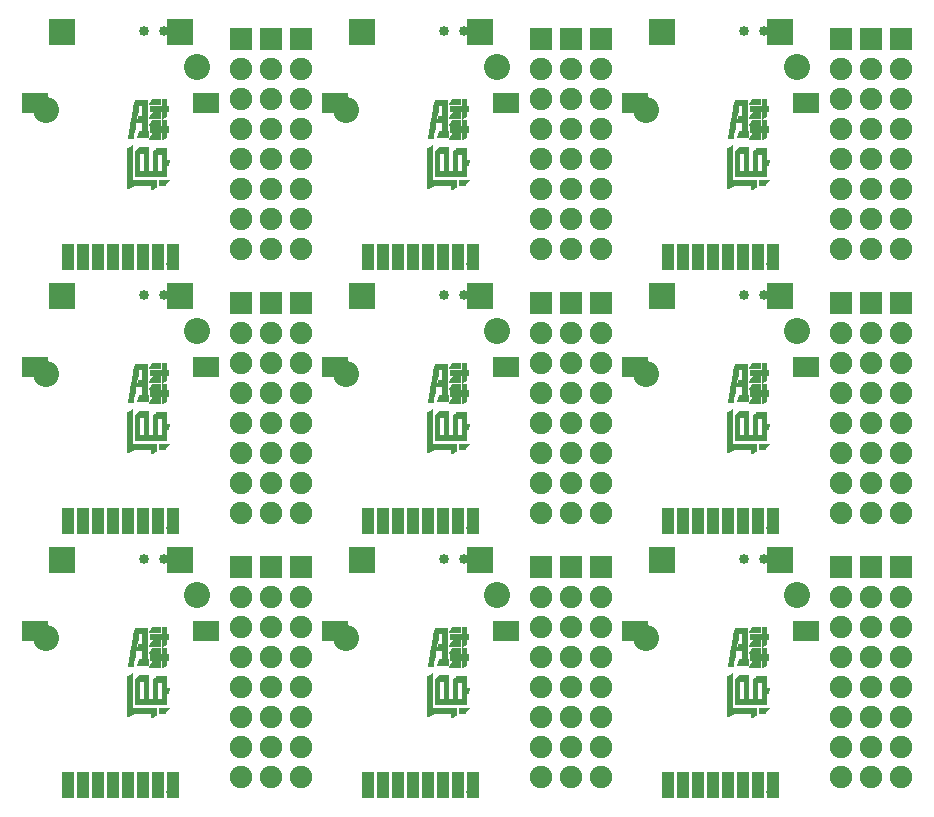
<source format=gbs>
G04*
G04 #@! TF.GenerationSoftware,Altium Limited,Altium Designer,20.2.6 (244)*
G04*
G04 Layer_Color=16711935*
%FSLAX24Y24*%
%MOIN*%
G70*
G04*
G04 #@! TF.SameCoordinates,F166DB8F-6D7D-4CC1-83E2-008E4038BE53*
G04*
G04*
G04 #@! TF.FilePolarity,Negative*
G04*
G01*
G75*
%ADD60C,0.0336*%
%ADD61C,0.0749*%
%ADD62R,0.0749X0.0749*%
%ADD63C,0.0020*%
%ADD64R,0.0867X0.0867*%
%ADD65R,0.0867X0.0671*%
%ADD66C,0.0867*%
%ADD67R,0.0434X0.0867*%
%ADD68C,0.0395*%
D60*
X4275Y8173D02*
D03*
X4945D02*
D03*
X14275D02*
D03*
X14945D02*
D03*
X24275D02*
D03*
X24945D02*
D03*
X4275Y16973D02*
D03*
X4945D02*
D03*
X14275D02*
D03*
X14945D02*
D03*
X24275D02*
D03*
X24945D02*
D03*
X4275Y25773D02*
D03*
X4945D02*
D03*
X14275D02*
D03*
X14945D02*
D03*
X24275D02*
D03*
X24945D02*
D03*
D61*
X7500Y900D02*
D03*
Y1900D02*
D03*
Y6900D02*
D03*
Y5900D02*
D03*
Y4900D02*
D03*
Y3900D02*
D03*
Y2900D02*
D03*
X8500Y900D02*
D03*
Y1900D02*
D03*
Y6900D02*
D03*
Y5900D02*
D03*
Y4900D02*
D03*
Y3900D02*
D03*
Y2900D02*
D03*
X9500Y900D02*
D03*
Y1900D02*
D03*
Y6900D02*
D03*
Y5900D02*
D03*
Y4900D02*
D03*
Y3900D02*
D03*
Y2900D02*
D03*
X17500Y900D02*
D03*
Y1900D02*
D03*
Y6900D02*
D03*
Y5900D02*
D03*
Y4900D02*
D03*
Y3900D02*
D03*
Y2900D02*
D03*
X18500Y900D02*
D03*
Y1900D02*
D03*
Y6900D02*
D03*
Y5900D02*
D03*
Y4900D02*
D03*
Y3900D02*
D03*
Y2900D02*
D03*
X19500Y900D02*
D03*
Y1900D02*
D03*
Y6900D02*
D03*
Y5900D02*
D03*
Y4900D02*
D03*
Y3900D02*
D03*
Y2900D02*
D03*
X27500Y900D02*
D03*
Y1900D02*
D03*
Y6900D02*
D03*
Y5900D02*
D03*
Y4900D02*
D03*
Y3900D02*
D03*
Y2900D02*
D03*
X28500Y900D02*
D03*
Y1900D02*
D03*
Y6900D02*
D03*
Y5900D02*
D03*
Y4900D02*
D03*
Y3900D02*
D03*
Y2900D02*
D03*
X29500Y900D02*
D03*
Y1900D02*
D03*
Y6900D02*
D03*
Y5900D02*
D03*
Y4900D02*
D03*
Y3900D02*
D03*
Y2900D02*
D03*
X7500Y9700D02*
D03*
Y10700D02*
D03*
Y15700D02*
D03*
Y14700D02*
D03*
Y13700D02*
D03*
Y12700D02*
D03*
Y11700D02*
D03*
X8500Y9700D02*
D03*
Y10700D02*
D03*
Y15700D02*
D03*
Y14700D02*
D03*
Y13700D02*
D03*
Y12700D02*
D03*
Y11700D02*
D03*
X9500Y9700D02*
D03*
Y10700D02*
D03*
Y15700D02*
D03*
Y14700D02*
D03*
Y13700D02*
D03*
Y12700D02*
D03*
Y11700D02*
D03*
X17500Y9700D02*
D03*
Y10700D02*
D03*
Y15700D02*
D03*
Y14700D02*
D03*
Y13700D02*
D03*
Y12700D02*
D03*
Y11700D02*
D03*
X18500Y9700D02*
D03*
Y10700D02*
D03*
Y15700D02*
D03*
Y14700D02*
D03*
Y13700D02*
D03*
Y12700D02*
D03*
Y11700D02*
D03*
X19500Y9700D02*
D03*
Y10700D02*
D03*
Y15700D02*
D03*
Y14700D02*
D03*
Y13700D02*
D03*
Y12700D02*
D03*
Y11700D02*
D03*
X27500Y9700D02*
D03*
Y10700D02*
D03*
Y15700D02*
D03*
Y14700D02*
D03*
Y13700D02*
D03*
Y12700D02*
D03*
Y11700D02*
D03*
X28500Y9700D02*
D03*
Y10700D02*
D03*
Y15700D02*
D03*
Y14700D02*
D03*
Y13700D02*
D03*
Y12700D02*
D03*
Y11700D02*
D03*
X29500Y9700D02*
D03*
Y10700D02*
D03*
Y15700D02*
D03*
Y14700D02*
D03*
Y13700D02*
D03*
Y12700D02*
D03*
Y11700D02*
D03*
X7500Y18500D02*
D03*
Y19500D02*
D03*
Y24500D02*
D03*
Y23500D02*
D03*
Y22500D02*
D03*
Y21500D02*
D03*
Y20500D02*
D03*
X8500Y18500D02*
D03*
Y19500D02*
D03*
Y24500D02*
D03*
Y23500D02*
D03*
Y22500D02*
D03*
Y21500D02*
D03*
Y20500D02*
D03*
X9500Y18500D02*
D03*
Y19500D02*
D03*
Y24500D02*
D03*
Y23500D02*
D03*
Y22500D02*
D03*
Y21500D02*
D03*
Y20500D02*
D03*
X17500Y18500D02*
D03*
Y19500D02*
D03*
Y24500D02*
D03*
Y23500D02*
D03*
Y22500D02*
D03*
Y21500D02*
D03*
Y20500D02*
D03*
X18500Y18500D02*
D03*
Y19500D02*
D03*
Y24500D02*
D03*
Y23500D02*
D03*
Y22500D02*
D03*
Y21500D02*
D03*
Y20500D02*
D03*
X19500Y18500D02*
D03*
Y19500D02*
D03*
Y24500D02*
D03*
Y23500D02*
D03*
Y22500D02*
D03*
Y21500D02*
D03*
Y20500D02*
D03*
X27500Y18500D02*
D03*
Y19500D02*
D03*
Y24500D02*
D03*
Y23500D02*
D03*
Y22500D02*
D03*
Y21500D02*
D03*
Y20500D02*
D03*
X28500Y18500D02*
D03*
Y19500D02*
D03*
Y24500D02*
D03*
Y23500D02*
D03*
Y22500D02*
D03*
Y21500D02*
D03*
Y20500D02*
D03*
X29500Y18500D02*
D03*
Y19500D02*
D03*
Y24500D02*
D03*
Y23500D02*
D03*
Y22500D02*
D03*
Y21500D02*
D03*
Y20500D02*
D03*
D62*
X7500Y7900D02*
D03*
X8500D02*
D03*
X9500D02*
D03*
X17500D02*
D03*
X18500D02*
D03*
X19500D02*
D03*
X27500D02*
D03*
X28500D02*
D03*
X29500D02*
D03*
X7500Y16700D02*
D03*
X8500D02*
D03*
X9500D02*
D03*
X17500D02*
D03*
X18500D02*
D03*
X19500D02*
D03*
X27500D02*
D03*
X28500D02*
D03*
X29500D02*
D03*
X7500Y25500D02*
D03*
X8500D02*
D03*
X9500D02*
D03*
X17500D02*
D03*
X18500D02*
D03*
X19500D02*
D03*
X27500D02*
D03*
X28500D02*
D03*
X29500D02*
D03*
D63*
X4600Y3340D02*
Y4180D01*
X3720Y2940D02*
Y4260D01*
X3740Y4620D02*
Y4700D01*
Y2940D02*
Y4280D01*
X3760Y4620D02*
Y4820D01*
Y2940D02*
Y4280D01*
X3780Y4620D02*
Y4920D01*
Y2960D02*
Y4300D01*
X3800Y4620D02*
Y5040D01*
Y2960D02*
Y4320D01*
X3820Y4620D02*
Y5140D01*
Y2980D02*
Y4320D01*
X3840Y4620D02*
Y5260D01*
Y2980D02*
Y4340D01*
X3860Y4620D02*
Y5360D01*
Y3000D02*
Y4360D01*
X3880Y4620D02*
Y5480D01*
Y3020D02*
Y3220D01*
X3900Y4620D02*
Y5580D01*
Y3020D02*
Y3220D01*
X3920Y4700D02*
Y5700D01*
Y3040D02*
Y3220D01*
X3940Y4820D02*
Y5800D01*
Y3040D02*
Y3220D01*
X3960Y4920D02*
Y5880D01*
Y3340D02*
Y4160D01*
Y3040D02*
Y3220D01*
X3980Y5040D02*
Y5880D01*
Y3340D02*
Y4180D01*
Y3040D02*
Y3220D01*
X4000Y5140D02*
Y5880D01*
Y3340D02*
Y4200D01*
Y3040D02*
Y3220D01*
X4020Y5260D02*
Y5880D01*
Y3340D02*
Y4220D01*
Y3040D02*
Y3220D01*
X4040Y5380D02*
Y5880D01*
Y5140D02*
Y5240D01*
Y4640D02*
Y4680D01*
Y3340D02*
Y4240D01*
Y3040D02*
Y3220D01*
X4060Y5480D02*
Y5880D01*
Y5140D02*
Y5340D01*
Y4640D02*
Y4740D01*
Y3340D02*
Y4260D01*
Y3040D02*
Y3220D01*
X4080Y5600D02*
Y5880D01*
Y5140D02*
Y5340D01*
Y4640D02*
Y4780D01*
Y3340D02*
Y4280D01*
Y3040D02*
Y3220D01*
X4100Y5700D02*
Y5880D01*
Y5140D02*
Y5340D01*
Y4640D02*
Y4840D01*
Y3340D02*
Y4300D01*
Y3040D02*
Y3220D01*
X4120Y5700D02*
Y5880D01*
Y5140D02*
Y5340D01*
Y4640D02*
Y4840D01*
Y4120D02*
Y4300D01*
Y3340D02*
Y3520D01*
Y3040D02*
Y3220D01*
X4140Y5700D02*
Y5880D01*
Y5140D02*
Y5340D01*
Y4640D02*
Y4840D01*
Y4120D02*
Y4300D01*
Y3340D02*
Y3520D01*
Y3040D02*
Y3220D01*
X4160Y5700D02*
Y5880D01*
Y5140D02*
Y5340D01*
Y4640D02*
Y4840D01*
Y4120D02*
Y4300D01*
Y3340D02*
Y3520D01*
Y3040D02*
Y3220D01*
X4180Y5700D02*
Y5880D01*
Y5140D02*
Y5340D01*
Y4640D02*
Y4840D01*
Y4120D02*
Y4300D01*
Y3340D02*
Y3520D01*
Y3040D02*
Y3220D01*
X4200Y5700D02*
Y5880D01*
Y4640D02*
Y4840D01*
Y4120D02*
Y4300D01*
Y3340D02*
Y3520D01*
Y3040D02*
Y3220D01*
X4220Y4640D02*
Y5880D01*
Y4120D02*
Y4300D01*
Y3340D02*
Y3520D01*
Y3040D02*
Y3220D01*
X4240Y4640D02*
Y5880D01*
Y4120D02*
Y4300D01*
Y3340D02*
Y3520D01*
Y3040D02*
Y3220D01*
X4260Y4640D02*
Y5880D01*
Y4120D02*
Y4300D01*
Y3340D02*
Y3520D01*
Y3040D02*
Y3220D01*
X4280Y4640D02*
Y5880D01*
Y3340D02*
Y4300D01*
Y3040D02*
Y3220D01*
X4300Y4640D02*
Y5880D01*
Y3340D02*
Y4300D01*
Y3040D02*
Y3220D01*
X4320Y4640D02*
Y5880D01*
Y3340D02*
Y4300D01*
Y3040D02*
Y3220D01*
X4340Y4640D02*
Y5880D01*
Y3340D02*
Y4300D01*
Y3040D02*
Y3220D01*
X4360Y4640D02*
Y5880D01*
Y3340D02*
Y4300D01*
Y3040D02*
Y3220D01*
X4380Y4640D02*
Y4840D01*
Y3340D02*
Y4300D01*
Y3040D02*
Y3220D01*
X4400Y4640D02*
Y4840D01*
Y3340D02*
Y4300D01*
Y3040D02*
Y3220D01*
X4420Y4640D02*
Y4840D01*
Y3340D02*
Y4300D01*
Y3040D02*
Y3220D01*
X4440Y5740D02*
Y5760D01*
Y5280D02*
Y5300D01*
Y5040D02*
Y5060D01*
Y4580D02*
Y4600D01*
Y3340D02*
Y3520D01*
Y3040D02*
Y3220D01*
X4460Y5740D02*
Y5780D01*
Y5500D02*
Y5680D01*
Y5280D02*
Y5320D01*
Y5040D02*
Y5100D01*
Y4820D02*
Y5000D01*
Y4580D02*
Y4640D01*
Y3340D02*
Y3520D01*
Y3040D02*
Y3220D01*
X4480Y5740D02*
Y5820D01*
Y5500D02*
Y5680D01*
Y5280D02*
Y5360D01*
Y5040D02*
Y5120D01*
Y4820D02*
Y5000D01*
Y4580D02*
Y4660D01*
Y3340D02*
Y3520D01*
Y3040D02*
Y3220D01*
X4500Y5740D02*
Y5840D01*
Y5500D02*
Y5680D01*
Y5280D02*
Y5380D01*
Y5040D02*
Y5160D01*
Y4820D02*
Y5000D01*
Y4580D02*
Y4700D01*
Y3340D02*
Y3520D01*
Y3040D02*
Y3220D01*
X4520Y5740D02*
Y5880D01*
Y5500D02*
Y5680D01*
Y5280D02*
Y5420D01*
Y5040D02*
Y5180D01*
Y4820D02*
Y5000D01*
Y4580D02*
Y4720D01*
Y3340D02*
Y3520D01*
Y2900D02*
Y3220D01*
X4540Y5740D02*
Y5900D01*
Y5500D02*
Y5680D01*
Y5280D02*
Y5440D01*
Y5040D02*
Y5220D01*
Y4820D02*
Y5000D01*
Y4580D02*
Y4760D01*
Y3340D02*
Y3520D01*
Y2900D02*
Y3220D01*
X4560Y5740D02*
Y5920D01*
Y5500D02*
Y5680D01*
Y5280D02*
Y5460D01*
Y5040D02*
Y5220D01*
Y4820D02*
Y5000D01*
Y4580D02*
Y4760D01*
Y3340D02*
Y4140D01*
Y2900D02*
Y3220D01*
X4580Y5740D02*
Y5920D01*
Y5500D02*
Y5680D01*
Y5280D02*
Y5460D01*
Y5040D02*
Y5220D01*
Y4820D02*
Y5000D01*
Y4580D02*
Y4760D01*
Y3340D02*
Y4160D01*
Y2920D02*
Y3220D01*
X4600Y5740D02*
Y5920D01*
Y5500D02*
Y5680D01*
Y5280D02*
Y5460D01*
Y5040D02*
Y5220D01*
Y4820D02*
Y5000D01*
Y4580D02*
Y4760D01*
Y2940D02*
Y3220D01*
X4620Y5740D02*
Y5920D01*
Y5500D02*
Y5680D01*
Y5280D02*
Y5460D01*
Y5040D02*
Y5220D01*
Y4820D02*
Y5000D01*
Y4580D02*
Y4760D01*
Y3340D02*
Y4200D01*
Y2940D02*
Y3220D01*
X4640Y5740D02*
Y5920D01*
Y5500D02*
Y5680D01*
Y5280D02*
Y5460D01*
Y5040D02*
Y5220D01*
Y4820D02*
Y5000D01*
Y4580D02*
Y4760D01*
Y3340D02*
Y4220D01*
Y2960D02*
Y3220D01*
X4660Y5740D02*
Y5920D01*
Y5500D02*
Y5680D01*
Y5280D02*
Y5460D01*
Y5040D02*
Y5220D01*
Y4820D02*
Y5000D01*
Y4580D02*
Y4760D01*
Y3340D02*
Y4240D01*
Y2960D02*
Y3220D01*
X4680Y5740D02*
Y5920D01*
Y5500D02*
Y5680D01*
Y5280D02*
Y5460D01*
Y5040D02*
Y5220D01*
Y4820D02*
Y5000D01*
Y4580D02*
Y4760D01*
Y3340D02*
Y4260D01*
Y2980D02*
Y3220D01*
X4700Y5740D02*
Y5920D01*
Y5500D02*
Y5680D01*
Y5280D02*
Y5460D01*
Y5040D02*
Y5220D01*
Y4820D02*
Y5000D01*
Y4580D02*
Y4760D01*
Y3340D02*
Y4260D01*
X4720Y5740D02*
Y5920D01*
Y5500D02*
Y5680D01*
Y5280D02*
Y5460D01*
Y5040D02*
Y5220D01*
Y4820D02*
Y5000D01*
Y4580D02*
Y4760D01*
Y4080D02*
Y4260D01*
Y3340D02*
Y3520D01*
X4740Y5740D02*
Y5920D01*
Y5500D02*
Y5680D01*
Y5280D02*
Y5460D01*
Y5040D02*
Y5220D01*
Y4820D02*
Y5000D01*
Y4580D02*
Y4760D01*
Y4080D02*
Y4260D01*
Y3340D02*
Y3520D01*
X4760Y5740D02*
Y5920D01*
Y5500D02*
Y5680D01*
Y5280D02*
Y5460D01*
Y5040D02*
Y5220D01*
Y4820D02*
Y5000D01*
Y4580D02*
Y4760D01*
Y4080D02*
Y4260D01*
Y3340D02*
Y3520D01*
Y3040D02*
Y3220D01*
X4780Y5740D02*
Y5920D01*
Y5500D02*
Y5680D01*
Y5280D02*
Y5460D01*
Y5040D02*
Y5220D01*
Y4820D02*
Y5000D01*
Y4580D02*
Y4760D01*
Y4080D02*
Y4260D01*
Y3340D02*
Y3520D01*
Y3040D02*
Y3220D01*
X4800Y5740D02*
Y5920D01*
Y5500D02*
Y5680D01*
Y5280D02*
Y5460D01*
Y5040D02*
Y5220D01*
Y4820D02*
Y5000D01*
Y4580D02*
Y4760D01*
Y4080D02*
Y4260D01*
Y3340D02*
Y3520D01*
Y3040D02*
Y3220D01*
X4820Y5500D02*
Y5680D01*
Y4820D02*
Y5000D01*
Y4080D02*
Y4260D01*
Y3340D02*
Y3520D01*
Y3040D02*
Y3220D01*
X4840Y5500D02*
Y5680D01*
Y4820D02*
Y5000D01*
Y4080D02*
Y4260D01*
Y3340D02*
Y3520D01*
Y3040D02*
Y3220D01*
X4860Y5240D02*
Y5920D01*
Y4560D02*
Y5220D01*
Y4080D02*
Y4260D01*
Y3340D02*
Y3520D01*
Y3040D02*
Y3220D01*
X4880Y5260D02*
Y5920D01*
Y4560D02*
Y5220D01*
Y3340D02*
Y4260D01*
Y3040D02*
Y3220D01*
X4900Y5280D02*
Y5920D01*
Y4580D02*
Y5220D01*
Y3340D02*
Y4260D01*
Y3040D02*
Y3220D01*
X4920Y5280D02*
Y5920D01*
Y4600D02*
Y5220D01*
Y3340D02*
Y4260D01*
Y3040D02*
Y3220D01*
X4940Y5300D02*
Y5920D01*
Y4600D02*
Y5220D01*
Y3340D02*
Y4260D01*
Y3040D02*
Y3220D01*
X4960Y5300D02*
Y5920D01*
Y4620D02*
Y5220D01*
Y3340D02*
Y4260D01*
Y3040D02*
Y3220D01*
X4980Y5320D02*
Y5920D01*
Y4620D02*
Y5220D01*
Y3340D02*
Y4260D01*
Y3080D02*
Y3220D01*
X5000Y5340D02*
Y5920D01*
Y4640D02*
Y5220D01*
Y3340D02*
Y4260D01*
Y3100D02*
Y3220D01*
X5020Y5500D02*
Y5680D01*
Y4820D02*
Y5000D01*
Y3340D02*
Y4260D01*
Y3120D02*
Y3220D01*
X5040Y5500D02*
Y5680D01*
Y4820D02*
Y5000D01*
Y3700D02*
Y3860D01*
Y3140D02*
Y3220D01*
X5060Y5500D02*
Y5680D01*
Y4820D02*
Y5000D01*
Y3720D02*
Y3860D01*
Y3160D02*
Y3220D01*
X5080Y5500D02*
Y5680D01*
Y4820D02*
Y5000D01*
Y3760D02*
Y3860D01*
Y3180D02*
Y3220D01*
X5100Y3800D02*
Y3860D01*
Y3200D02*
Y3220D01*
X5120Y3840D02*
Y3860D01*
X14600Y3340D02*
Y4180D01*
X13720Y2940D02*
Y4260D01*
X13740Y4620D02*
Y4700D01*
Y2940D02*
Y4280D01*
X13760Y4620D02*
Y4820D01*
Y2940D02*
Y4280D01*
X13780Y4620D02*
Y4920D01*
Y2960D02*
Y4300D01*
X13800Y4620D02*
Y5040D01*
Y2960D02*
Y4320D01*
X13820Y4620D02*
Y5140D01*
Y2980D02*
Y4320D01*
X13840Y4620D02*
Y5260D01*
Y2980D02*
Y4340D01*
X13860Y4620D02*
Y5360D01*
Y3000D02*
Y4360D01*
X13880Y4620D02*
Y5480D01*
Y3020D02*
Y3220D01*
X13900Y4620D02*
Y5580D01*
Y3020D02*
Y3220D01*
X13920Y4700D02*
Y5700D01*
Y3040D02*
Y3220D01*
X13940Y4820D02*
Y5800D01*
Y3040D02*
Y3220D01*
X13960Y4920D02*
Y5880D01*
Y3340D02*
Y4160D01*
Y3040D02*
Y3220D01*
X13980Y5040D02*
Y5880D01*
Y3340D02*
Y4180D01*
Y3040D02*
Y3220D01*
X14000Y5140D02*
Y5880D01*
Y3340D02*
Y4200D01*
Y3040D02*
Y3220D01*
X14020Y5260D02*
Y5880D01*
Y3340D02*
Y4220D01*
Y3040D02*
Y3220D01*
X14040Y5380D02*
Y5880D01*
Y5140D02*
Y5240D01*
Y4640D02*
Y4680D01*
Y3340D02*
Y4240D01*
Y3040D02*
Y3220D01*
X14060Y5480D02*
Y5880D01*
Y5140D02*
Y5340D01*
Y4640D02*
Y4740D01*
Y3340D02*
Y4260D01*
Y3040D02*
Y3220D01*
X14080Y5600D02*
Y5880D01*
Y5140D02*
Y5340D01*
Y4640D02*
Y4780D01*
Y3340D02*
Y4280D01*
Y3040D02*
Y3220D01*
X14100Y5700D02*
Y5880D01*
Y5140D02*
Y5340D01*
Y4640D02*
Y4840D01*
Y3340D02*
Y4300D01*
Y3040D02*
Y3220D01*
X14120Y5700D02*
Y5880D01*
Y5140D02*
Y5340D01*
Y4640D02*
Y4840D01*
Y4120D02*
Y4300D01*
Y3340D02*
Y3520D01*
Y3040D02*
Y3220D01*
X14140Y5700D02*
Y5880D01*
Y5140D02*
Y5340D01*
Y4640D02*
Y4840D01*
Y4120D02*
Y4300D01*
Y3340D02*
Y3520D01*
Y3040D02*
Y3220D01*
X14160Y5700D02*
Y5880D01*
Y5140D02*
Y5340D01*
Y4640D02*
Y4840D01*
Y4120D02*
Y4300D01*
Y3340D02*
Y3520D01*
Y3040D02*
Y3220D01*
X14180Y5700D02*
Y5880D01*
Y5140D02*
Y5340D01*
Y4640D02*
Y4840D01*
Y4120D02*
Y4300D01*
Y3340D02*
Y3520D01*
Y3040D02*
Y3220D01*
X14200Y5700D02*
Y5880D01*
Y4640D02*
Y4840D01*
Y4120D02*
Y4300D01*
Y3340D02*
Y3520D01*
Y3040D02*
Y3220D01*
X14220Y4640D02*
Y5880D01*
Y4120D02*
Y4300D01*
Y3340D02*
Y3520D01*
Y3040D02*
Y3220D01*
X14240Y4640D02*
Y5880D01*
Y4120D02*
Y4300D01*
Y3340D02*
Y3520D01*
Y3040D02*
Y3220D01*
X14260Y4640D02*
Y5880D01*
Y4120D02*
Y4300D01*
Y3340D02*
Y3520D01*
Y3040D02*
Y3220D01*
X14280Y4640D02*
Y5880D01*
Y3340D02*
Y4300D01*
Y3040D02*
Y3220D01*
X14300Y4640D02*
Y5880D01*
Y3340D02*
Y4300D01*
Y3040D02*
Y3220D01*
X14320Y4640D02*
Y5880D01*
Y3340D02*
Y4300D01*
Y3040D02*
Y3220D01*
X14340Y4640D02*
Y5880D01*
Y3340D02*
Y4300D01*
Y3040D02*
Y3220D01*
X14360Y4640D02*
Y5880D01*
Y3340D02*
Y4300D01*
Y3040D02*
Y3220D01*
X14380Y4640D02*
Y4840D01*
Y3340D02*
Y4300D01*
Y3040D02*
Y3220D01*
X14400Y4640D02*
Y4840D01*
Y3340D02*
Y4300D01*
Y3040D02*
Y3220D01*
X14420Y4640D02*
Y4840D01*
Y3340D02*
Y4300D01*
Y3040D02*
Y3220D01*
X14440Y5740D02*
Y5760D01*
Y5280D02*
Y5300D01*
Y5040D02*
Y5060D01*
Y4580D02*
Y4600D01*
Y3340D02*
Y3520D01*
Y3040D02*
Y3220D01*
X14460Y5740D02*
Y5780D01*
Y5500D02*
Y5680D01*
Y5280D02*
Y5320D01*
Y5040D02*
Y5100D01*
Y4820D02*
Y5000D01*
Y4580D02*
Y4640D01*
Y3340D02*
Y3520D01*
Y3040D02*
Y3220D01*
X14480Y5740D02*
Y5820D01*
Y5500D02*
Y5680D01*
Y5280D02*
Y5360D01*
Y5040D02*
Y5120D01*
Y4820D02*
Y5000D01*
Y4580D02*
Y4660D01*
Y3340D02*
Y3520D01*
Y3040D02*
Y3220D01*
X14500Y5740D02*
Y5840D01*
Y5500D02*
Y5680D01*
Y5280D02*
Y5380D01*
Y5040D02*
Y5160D01*
Y4820D02*
Y5000D01*
Y4580D02*
Y4700D01*
Y3340D02*
Y3520D01*
Y3040D02*
Y3220D01*
X14520Y5740D02*
Y5880D01*
Y5500D02*
Y5680D01*
Y5280D02*
Y5420D01*
Y5040D02*
Y5180D01*
Y4820D02*
Y5000D01*
Y4580D02*
Y4720D01*
Y3340D02*
Y3520D01*
Y2900D02*
Y3220D01*
X14540Y5740D02*
Y5900D01*
Y5500D02*
Y5680D01*
Y5280D02*
Y5440D01*
Y5040D02*
Y5220D01*
Y4820D02*
Y5000D01*
Y4580D02*
Y4760D01*
Y3340D02*
Y3520D01*
Y2900D02*
Y3220D01*
X14560Y5740D02*
Y5920D01*
Y5500D02*
Y5680D01*
Y5280D02*
Y5460D01*
Y5040D02*
Y5220D01*
Y4820D02*
Y5000D01*
Y4580D02*
Y4760D01*
Y3340D02*
Y4140D01*
Y2900D02*
Y3220D01*
X14580Y5740D02*
Y5920D01*
Y5500D02*
Y5680D01*
Y5280D02*
Y5460D01*
Y5040D02*
Y5220D01*
Y4820D02*
Y5000D01*
Y4580D02*
Y4760D01*
Y3340D02*
Y4160D01*
Y2920D02*
Y3220D01*
X14600Y5740D02*
Y5920D01*
Y5500D02*
Y5680D01*
Y5280D02*
Y5460D01*
Y5040D02*
Y5220D01*
Y4820D02*
Y5000D01*
Y4580D02*
Y4760D01*
Y2940D02*
Y3220D01*
X14620Y5740D02*
Y5920D01*
Y5500D02*
Y5680D01*
Y5280D02*
Y5460D01*
Y5040D02*
Y5220D01*
Y4820D02*
Y5000D01*
Y4580D02*
Y4760D01*
Y3340D02*
Y4200D01*
Y2940D02*
Y3220D01*
X14640Y5740D02*
Y5920D01*
Y5500D02*
Y5680D01*
Y5280D02*
Y5460D01*
Y5040D02*
Y5220D01*
Y4820D02*
Y5000D01*
Y4580D02*
Y4760D01*
Y3340D02*
Y4220D01*
Y2960D02*
Y3220D01*
X14660Y5740D02*
Y5920D01*
Y5500D02*
Y5680D01*
Y5280D02*
Y5460D01*
Y5040D02*
Y5220D01*
Y4820D02*
Y5000D01*
Y4580D02*
Y4760D01*
Y3340D02*
Y4240D01*
Y2960D02*
Y3220D01*
X14680Y5740D02*
Y5920D01*
Y5500D02*
Y5680D01*
Y5280D02*
Y5460D01*
Y5040D02*
Y5220D01*
Y4820D02*
Y5000D01*
Y4580D02*
Y4760D01*
Y3340D02*
Y4260D01*
Y2980D02*
Y3220D01*
X14700Y5740D02*
Y5920D01*
Y5500D02*
Y5680D01*
Y5280D02*
Y5460D01*
Y5040D02*
Y5220D01*
Y4820D02*
Y5000D01*
Y4580D02*
Y4760D01*
Y3340D02*
Y4260D01*
X14720Y5740D02*
Y5920D01*
Y5500D02*
Y5680D01*
Y5280D02*
Y5460D01*
Y5040D02*
Y5220D01*
Y4820D02*
Y5000D01*
Y4580D02*
Y4760D01*
Y4080D02*
Y4260D01*
Y3340D02*
Y3520D01*
X14740Y5740D02*
Y5920D01*
Y5500D02*
Y5680D01*
Y5280D02*
Y5460D01*
Y5040D02*
Y5220D01*
Y4820D02*
Y5000D01*
Y4580D02*
Y4760D01*
Y4080D02*
Y4260D01*
Y3340D02*
Y3520D01*
X14760Y5740D02*
Y5920D01*
Y5500D02*
Y5680D01*
Y5280D02*
Y5460D01*
Y5040D02*
Y5220D01*
Y4820D02*
Y5000D01*
Y4580D02*
Y4760D01*
Y4080D02*
Y4260D01*
Y3340D02*
Y3520D01*
Y3040D02*
Y3220D01*
X14780Y5740D02*
Y5920D01*
Y5500D02*
Y5680D01*
Y5280D02*
Y5460D01*
Y5040D02*
Y5220D01*
Y4820D02*
Y5000D01*
Y4580D02*
Y4760D01*
Y4080D02*
Y4260D01*
Y3340D02*
Y3520D01*
Y3040D02*
Y3220D01*
X14800Y5740D02*
Y5920D01*
Y5500D02*
Y5680D01*
Y5280D02*
Y5460D01*
Y5040D02*
Y5220D01*
Y4820D02*
Y5000D01*
Y4580D02*
Y4760D01*
Y4080D02*
Y4260D01*
Y3340D02*
Y3520D01*
Y3040D02*
Y3220D01*
X14820Y5500D02*
Y5680D01*
Y4820D02*
Y5000D01*
Y4080D02*
Y4260D01*
Y3340D02*
Y3520D01*
Y3040D02*
Y3220D01*
X14840Y5500D02*
Y5680D01*
Y4820D02*
Y5000D01*
Y4080D02*
Y4260D01*
Y3340D02*
Y3520D01*
Y3040D02*
Y3220D01*
X14860Y5240D02*
Y5920D01*
Y4560D02*
Y5220D01*
Y4080D02*
Y4260D01*
Y3340D02*
Y3520D01*
Y3040D02*
Y3220D01*
X14880Y5260D02*
Y5920D01*
Y4560D02*
Y5220D01*
Y3340D02*
Y4260D01*
Y3040D02*
Y3220D01*
X14900Y5280D02*
Y5920D01*
Y4580D02*
Y5220D01*
Y3340D02*
Y4260D01*
Y3040D02*
Y3220D01*
X14920Y5280D02*
Y5920D01*
Y4600D02*
Y5220D01*
Y3340D02*
Y4260D01*
Y3040D02*
Y3220D01*
X14940Y5300D02*
Y5920D01*
Y4600D02*
Y5220D01*
Y3340D02*
Y4260D01*
Y3040D02*
Y3220D01*
X14960Y5300D02*
Y5920D01*
Y4620D02*
Y5220D01*
Y3340D02*
Y4260D01*
Y3040D02*
Y3220D01*
X14980Y5320D02*
Y5920D01*
Y4620D02*
Y5220D01*
Y3340D02*
Y4260D01*
Y3080D02*
Y3220D01*
X15000Y5340D02*
Y5920D01*
Y4640D02*
Y5220D01*
Y3340D02*
Y4260D01*
Y3100D02*
Y3220D01*
X15020Y5500D02*
Y5680D01*
Y4820D02*
Y5000D01*
Y3340D02*
Y4260D01*
Y3120D02*
Y3220D01*
X15040Y5500D02*
Y5680D01*
Y4820D02*
Y5000D01*
Y3700D02*
Y3860D01*
Y3140D02*
Y3220D01*
X15060Y5500D02*
Y5680D01*
Y4820D02*
Y5000D01*
Y3720D02*
Y3860D01*
Y3160D02*
Y3220D01*
X15080Y5500D02*
Y5680D01*
Y4820D02*
Y5000D01*
Y3760D02*
Y3860D01*
Y3180D02*
Y3220D01*
X15100Y3800D02*
Y3860D01*
Y3200D02*
Y3220D01*
X15120Y3840D02*
Y3860D01*
X24600Y3340D02*
Y4180D01*
X23720Y2940D02*
Y4260D01*
X23740Y4620D02*
Y4700D01*
Y2940D02*
Y4280D01*
X23760Y4620D02*
Y4820D01*
Y2940D02*
Y4280D01*
X23780Y4620D02*
Y4920D01*
Y2960D02*
Y4300D01*
X23800Y4620D02*
Y5040D01*
Y2960D02*
Y4320D01*
X23820Y4620D02*
Y5140D01*
Y2980D02*
Y4320D01*
X23840Y4620D02*
Y5260D01*
Y2980D02*
Y4340D01*
X23860Y4620D02*
Y5360D01*
Y3000D02*
Y4360D01*
X23880Y4620D02*
Y5480D01*
Y3020D02*
Y3220D01*
X23900Y4620D02*
Y5580D01*
Y3020D02*
Y3220D01*
X23920Y4700D02*
Y5700D01*
Y3040D02*
Y3220D01*
X23940Y4820D02*
Y5800D01*
Y3040D02*
Y3220D01*
X23960Y4920D02*
Y5880D01*
Y3340D02*
Y4160D01*
Y3040D02*
Y3220D01*
X23980Y5040D02*
Y5880D01*
Y3340D02*
Y4180D01*
Y3040D02*
Y3220D01*
X24000Y5140D02*
Y5880D01*
Y3340D02*
Y4200D01*
Y3040D02*
Y3220D01*
X24020Y5260D02*
Y5880D01*
Y3340D02*
Y4220D01*
Y3040D02*
Y3220D01*
X24040Y5380D02*
Y5880D01*
Y5140D02*
Y5240D01*
Y4640D02*
Y4680D01*
Y3340D02*
Y4240D01*
Y3040D02*
Y3220D01*
X24060Y5480D02*
Y5880D01*
Y5140D02*
Y5340D01*
Y4640D02*
Y4740D01*
Y3340D02*
Y4260D01*
Y3040D02*
Y3220D01*
X24080Y5600D02*
Y5880D01*
Y5140D02*
Y5340D01*
Y4640D02*
Y4780D01*
Y3340D02*
Y4280D01*
Y3040D02*
Y3220D01*
X24100Y5700D02*
Y5880D01*
Y5140D02*
Y5340D01*
Y4640D02*
Y4840D01*
Y3340D02*
Y4300D01*
Y3040D02*
Y3220D01*
X24120Y5700D02*
Y5880D01*
Y5140D02*
Y5340D01*
Y4640D02*
Y4840D01*
Y4120D02*
Y4300D01*
Y3340D02*
Y3520D01*
Y3040D02*
Y3220D01*
X24140Y5700D02*
Y5880D01*
Y5140D02*
Y5340D01*
Y4640D02*
Y4840D01*
Y4120D02*
Y4300D01*
Y3340D02*
Y3520D01*
Y3040D02*
Y3220D01*
X24160Y5700D02*
Y5880D01*
Y5140D02*
Y5340D01*
Y4640D02*
Y4840D01*
Y4120D02*
Y4300D01*
Y3340D02*
Y3520D01*
Y3040D02*
Y3220D01*
X24180Y5700D02*
Y5880D01*
Y5140D02*
Y5340D01*
Y4640D02*
Y4840D01*
Y4120D02*
Y4300D01*
Y3340D02*
Y3520D01*
Y3040D02*
Y3220D01*
X24200Y5700D02*
Y5880D01*
Y4640D02*
Y4840D01*
Y4120D02*
Y4300D01*
Y3340D02*
Y3520D01*
Y3040D02*
Y3220D01*
X24220Y4640D02*
Y5880D01*
Y4120D02*
Y4300D01*
Y3340D02*
Y3520D01*
Y3040D02*
Y3220D01*
X24240Y4640D02*
Y5880D01*
Y4120D02*
Y4300D01*
Y3340D02*
Y3520D01*
Y3040D02*
Y3220D01*
X24260Y4640D02*
Y5880D01*
Y4120D02*
Y4300D01*
Y3340D02*
Y3520D01*
Y3040D02*
Y3220D01*
X24280Y4640D02*
Y5880D01*
Y3340D02*
Y4300D01*
Y3040D02*
Y3220D01*
X24300Y4640D02*
Y5880D01*
Y3340D02*
Y4300D01*
Y3040D02*
Y3220D01*
X24320Y4640D02*
Y5880D01*
Y3340D02*
Y4300D01*
Y3040D02*
Y3220D01*
X24340Y4640D02*
Y5880D01*
Y3340D02*
Y4300D01*
Y3040D02*
Y3220D01*
X24360Y4640D02*
Y5880D01*
Y3340D02*
Y4300D01*
Y3040D02*
Y3220D01*
X24380Y4640D02*
Y4840D01*
Y3340D02*
Y4300D01*
Y3040D02*
Y3220D01*
X24400Y4640D02*
Y4840D01*
Y3340D02*
Y4300D01*
Y3040D02*
Y3220D01*
X24420Y4640D02*
Y4840D01*
Y3340D02*
Y4300D01*
Y3040D02*
Y3220D01*
X24440Y5740D02*
Y5760D01*
Y5280D02*
Y5300D01*
Y5040D02*
Y5060D01*
Y4580D02*
Y4600D01*
Y3340D02*
Y3520D01*
Y3040D02*
Y3220D01*
X24460Y5740D02*
Y5780D01*
Y5500D02*
Y5680D01*
Y5280D02*
Y5320D01*
Y5040D02*
Y5100D01*
Y4820D02*
Y5000D01*
Y4580D02*
Y4640D01*
Y3340D02*
Y3520D01*
Y3040D02*
Y3220D01*
X24480Y5740D02*
Y5820D01*
Y5500D02*
Y5680D01*
Y5280D02*
Y5360D01*
Y5040D02*
Y5120D01*
Y4820D02*
Y5000D01*
Y4580D02*
Y4660D01*
Y3340D02*
Y3520D01*
Y3040D02*
Y3220D01*
X24500Y5740D02*
Y5840D01*
Y5500D02*
Y5680D01*
Y5280D02*
Y5380D01*
Y5040D02*
Y5160D01*
Y4820D02*
Y5000D01*
Y4580D02*
Y4700D01*
Y3340D02*
Y3520D01*
Y3040D02*
Y3220D01*
X24520Y5740D02*
Y5880D01*
Y5500D02*
Y5680D01*
Y5280D02*
Y5420D01*
Y5040D02*
Y5180D01*
Y4820D02*
Y5000D01*
Y4580D02*
Y4720D01*
Y3340D02*
Y3520D01*
Y2900D02*
Y3220D01*
X24540Y5740D02*
Y5900D01*
Y5500D02*
Y5680D01*
Y5280D02*
Y5440D01*
Y5040D02*
Y5220D01*
Y4820D02*
Y5000D01*
Y4580D02*
Y4760D01*
Y3340D02*
Y3520D01*
Y2900D02*
Y3220D01*
X24560Y5740D02*
Y5920D01*
Y5500D02*
Y5680D01*
Y5280D02*
Y5460D01*
Y5040D02*
Y5220D01*
Y4820D02*
Y5000D01*
Y4580D02*
Y4760D01*
Y3340D02*
Y4140D01*
Y2900D02*
Y3220D01*
X24580Y5740D02*
Y5920D01*
Y5500D02*
Y5680D01*
Y5280D02*
Y5460D01*
Y5040D02*
Y5220D01*
Y4820D02*
Y5000D01*
Y4580D02*
Y4760D01*
Y3340D02*
Y4160D01*
Y2920D02*
Y3220D01*
X24600Y5740D02*
Y5920D01*
Y5500D02*
Y5680D01*
Y5280D02*
Y5460D01*
Y5040D02*
Y5220D01*
Y4820D02*
Y5000D01*
Y4580D02*
Y4760D01*
Y2940D02*
Y3220D01*
X24620Y5740D02*
Y5920D01*
Y5500D02*
Y5680D01*
Y5280D02*
Y5460D01*
Y5040D02*
Y5220D01*
Y4820D02*
Y5000D01*
Y4580D02*
Y4760D01*
Y3340D02*
Y4200D01*
Y2940D02*
Y3220D01*
X24640Y5740D02*
Y5920D01*
Y5500D02*
Y5680D01*
Y5280D02*
Y5460D01*
Y5040D02*
Y5220D01*
Y4820D02*
Y5000D01*
Y4580D02*
Y4760D01*
Y3340D02*
Y4220D01*
Y2960D02*
Y3220D01*
X24660Y5740D02*
Y5920D01*
Y5500D02*
Y5680D01*
Y5280D02*
Y5460D01*
Y5040D02*
Y5220D01*
Y4820D02*
Y5000D01*
Y4580D02*
Y4760D01*
Y3340D02*
Y4240D01*
Y2960D02*
Y3220D01*
X24680Y5740D02*
Y5920D01*
Y5500D02*
Y5680D01*
Y5280D02*
Y5460D01*
Y5040D02*
Y5220D01*
Y4820D02*
Y5000D01*
Y4580D02*
Y4760D01*
Y3340D02*
Y4260D01*
Y2980D02*
Y3220D01*
X24700Y5740D02*
Y5920D01*
Y5500D02*
Y5680D01*
Y5280D02*
Y5460D01*
Y5040D02*
Y5220D01*
Y4820D02*
Y5000D01*
Y4580D02*
Y4760D01*
Y3340D02*
Y4260D01*
X24720Y5740D02*
Y5920D01*
Y5500D02*
Y5680D01*
Y5280D02*
Y5460D01*
Y5040D02*
Y5220D01*
Y4820D02*
Y5000D01*
Y4580D02*
Y4760D01*
Y4080D02*
Y4260D01*
Y3340D02*
Y3520D01*
X24740Y5740D02*
Y5920D01*
Y5500D02*
Y5680D01*
Y5280D02*
Y5460D01*
Y5040D02*
Y5220D01*
Y4820D02*
Y5000D01*
Y4580D02*
Y4760D01*
Y4080D02*
Y4260D01*
Y3340D02*
Y3520D01*
X24760Y5740D02*
Y5920D01*
Y5500D02*
Y5680D01*
Y5280D02*
Y5460D01*
Y5040D02*
Y5220D01*
Y4820D02*
Y5000D01*
Y4580D02*
Y4760D01*
Y4080D02*
Y4260D01*
Y3340D02*
Y3520D01*
Y3040D02*
Y3220D01*
X24780Y5740D02*
Y5920D01*
Y5500D02*
Y5680D01*
Y5280D02*
Y5460D01*
Y5040D02*
Y5220D01*
Y4820D02*
Y5000D01*
Y4580D02*
Y4760D01*
Y4080D02*
Y4260D01*
Y3340D02*
Y3520D01*
Y3040D02*
Y3220D01*
X24800Y5740D02*
Y5920D01*
Y5500D02*
Y5680D01*
Y5280D02*
Y5460D01*
Y5040D02*
Y5220D01*
Y4820D02*
Y5000D01*
Y4580D02*
Y4760D01*
Y4080D02*
Y4260D01*
Y3340D02*
Y3520D01*
Y3040D02*
Y3220D01*
X24820Y5500D02*
Y5680D01*
Y4820D02*
Y5000D01*
Y4080D02*
Y4260D01*
Y3340D02*
Y3520D01*
Y3040D02*
Y3220D01*
X24840Y5500D02*
Y5680D01*
Y4820D02*
Y5000D01*
Y4080D02*
Y4260D01*
Y3340D02*
Y3520D01*
Y3040D02*
Y3220D01*
X24860Y5240D02*
Y5920D01*
Y4560D02*
Y5220D01*
Y4080D02*
Y4260D01*
Y3340D02*
Y3520D01*
Y3040D02*
Y3220D01*
X24880Y5260D02*
Y5920D01*
Y4560D02*
Y5220D01*
Y3340D02*
Y4260D01*
Y3040D02*
Y3220D01*
X24900Y5280D02*
Y5920D01*
Y4580D02*
Y5220D01*
Y3340D02*
Y4260D01*
Y3040D02*
Y3220D01*
X24920Y5280D02*
Y5920D01*
Y4600D02*
Y5220D01*
Y3340D02*
Y4260D01*
Y3040D02*
Y3220D01*
X24940Y5300D02*
Y5920D01*
Y4600D02*
Y5220D01*
Y3340D02*
Y4260D01*
Y3040D02*
Y3220D01*
X24960Y5300D02*
Y5920D01*
Y4620D02*
Y5220D01*
Y3340D02*
Y4260D01*
Y3040D02*
Y3220D01*
X24980Y5320D02*
Y5920D01*
Y4620D02*
Y5220D01*
Y3340D02*
Y4260D01*
Y3080D02*
Y3220D01*
X25000Y5340D02*
Y5920D01*
Y4640D02*
Y5220D01*
Y3340D02*
Y4260D01*
Y3100D02*
Y3220D01*
X25020Y5500D02*
Y5680D01*
Y4820D02*
Y5000D01*
Y3340D02*
Y4260D01*
Y3120D02*
Y3220D01*
X25040Y5500D02*
Y5680D01*
Y4820D02*
Y5000D01*
Y3700D02*
Y3860D01*
Y3140D02*
Y3220D01*
X25060Y5500D02*
Y5680D01*
Y4820D02*
Y5000D01*
Y3720D02*
Y3860D01*
Y3160D02*
Y3220D01*
X25080Y5500D02*
Y5680D01*
Y4820D02*
Y5000D01*
Y3760D02*
Y3860D01*
Y3180D02*
Y3220D01*
X25100Y3800D02*
Y3860D01*
Y3200D02*
Y3220D01*
X25120Y3840D02*
Y3860D01*
X4600Y12140D02*
Y12980D01*
X3720Y11740D02*
Y13060D01*
X3740Y13420D02*
Y13500D01*
Y11740D02*
Y13080D01*
X3760Y13420D02*
Y13620D01*
Y11740D02*
Y13080D01*
X3780Y13420D02*
Y13720D01*
Y11760D02*
Y13100D01*
X3800Y13420D02*
Y13840D01*
Y11760D02*
Y13120D01*
X3820Y13420D02*
Y13940D01*
Y11780D02*
Y13120D01*
X3840Y13420D02*
Y14060D01*
Y11780D02*
Y13140D01*
X3860Y13420D02*
Y14160D01*
Y11800D02*
Y13160D01*
X3880Y13420D02*
Y14280D01*
Y11820D02*
Y12020D01*
X3900Y13420D02*
Y14380D01*
Y11820D02*
Y12020D01*
X3920Y13500D02*
Y14500D01*
Y11840D02*
Y12020D01*
X3940Y13620D02*
Y14600D01*
Y11840D02*
Y12020D01*
X3960Y13720D02*
Y14680D01*
Y12140D02*
Y12960D01*
Y11840D02*
Y12020D01*
X3980Y13840D02*
Y14680D01*
Y12140D02*
Y12980D01*
Y11840D02*
Y12020D01*
X4000Y13940D02*
Y14680D01*
Y12140D02*
Y13000D01*
Y11840D02*
Y12020D01*
X4020Y14060D02*
Y14680D01*
Y12140D02*
Y13020D01*
Y11840D02*
Y12020D01*
X4040Y14180D02*
Y14680D01*
Y13940D02*
Y14040D01*
Y13440D02*
Y13480D01*
Y12140D02*
Y13040D01*
Y11840D02*
Y12020D01*
X4060Y14280D02*
Y14680D01*
Y13940D02*
Y14140D01*
Y13440D02*
Y13540D01*
Y12140D02*
Y13060D01*
Y11840D02*
Y12020D01*
X4080Y14400D02*
Y14680D01*
Y13940D02*
Y14140D01*
Y13440D02*
Y13580D01*
Y12140D02*
Y13080D01*
Y11840D02*
Y12020D01*
X4100Y14500D02*
Y14680D01*
Y13940D02*
Y14140D01*
Y13440D02*
Y13640D01*
Y12140D02*
Y13100D01*
Y11840D02*
Y12020D01*
X4120Y14500D02*
Y14680D01*
Y13940D02*
Y14140D01*
Y13440D02*
Y13640D01*
Y12920D02*
Y13100D01*
Y12140D02*
Y12320D01*
Y11840D02*
Y12020D01*
X4140Y14500D02*
Y14680D01*
Y13940D02*
Y14140D01*
Y13440D02*
Y13640D01*
Y12920D02*
Y13100D01*
Y12140D02*
Y12320D01*
Y11840D02*
Y12020D01*
X4160Y14500D02*
Y14680D01*
Y13940D02*
Y14140D01*
Y13440D02*
Y13640D01*
Y12920D02*
Y13100D01*
Y12140D02*
Y12320D01*
Y11840D02*
Y12020D01*
X4180Y14500D02*
Y14680D01*
Y13940D02*
Y14140D01*
Y13440D02*
Y13640D01*
Y12920D02*
Y13100D01*
Y12140D02*
Y12320D01*
Y11840D02*
Y12020D01*
X4200Y14500D02*
Y14680D01*
Y13440D02*
Y13640D01*
Y12920D02*
Y13100D01*
Y12140D02*
Y12320D01*
Y11840D02*
Y12020D01*
X4220Y13440D02*
Y14680D01*
Y12920D02*
Y13100D01*
Y12140D02*
Y12320D01*
Y11840D02*
Y12020D01*
X4240Y13440D02*
Y14680D01*
Y12920D02*
Y13100D01*
Y12140D02*
Y12320D01*
Y11840D02*
Y12020D01*
X4260Y13440D02*
Y14680D01*
Y12920D02*
Y13100D01*
Y12140D02*
Y12320D01*
Y11840D02*
Y12020D01*
X4280Y13440D02*
Y14680D01*
Y12140D02*
Y13100D01*
Y11840D02*
Y12020D01*
X4300Y13440D02*
Y14680D01*
Y12140D02*
Y13100D01*
Y11840D02*
Y12020D01*
X4320Y13440D02*
Y14680D01*
Y12140D02*
Y13100D01*
Y11840D02*
Y12020D01*
X4340Y13440D02*
Y14680D01*
Y12140D02*
Y13100D01*
Y11840D02*
Y12020D01*
X4360Y13440D02*
Y14680D01*
Y12140D02*
Y13100D01*
Y11840D02*
Y12020D01*
X4380Y13440D02*
Y13640D01*
Y12140D02*
Y13100D01*
Y11840D02*
Y12020D01*
X4400Y13440D02*
Y13640D01*
Y12140D02*
Y13100D01*
Y11840D02*
Y12020D01*
X4420Y13440D02*
Y13640D01*
Y12140D02*
Y13100D01*
Y11840D02*
Y12020D01*
X4440Y14540D02*
Y14560D01*
Y14080D02*
Y14100D01*
Y13840D02*
Y13860D01*
Y13380D02*
Y13400D01*
Y12140D02*
Y12320D01*
Y11840D02*
Y12020D01*
X4460Y14540D02*
Y14580D01*
Y14300D02*
Y14480D01*
Y14080D02*
Y14120D01*
Y13840D02*
Y13900D01*
Y13620D02*
Y13800D01*
Y13380D02*
Y13440D01*
Y12140D02*
Y12320D01*
Y11840D02*
Y12020D01*
X4480Y14540D02*
Y14620D01*
Y14300D02*
Y14480D01*
Y14080D02*
Y14160D01*
Y13840D02*
Y13920D01*
Y13620D02*
Y13800D01*
Y13380D02*
Y13460D01*
Y12140D02*
Y12320D01*
Y11840D02*
Y12020D01*
X4500Y14540D02*
Y14640D01*
Y14300D02*
Y14480D01*
Y14080D02*
Y14180D01*
Y13840D02*
Y13960D01*
Y13620D02*
Y13800D01*
Y13380D02*
Y13500D01*
Y12140D02*
Y12320D01*
Y11840D02*
Y12020D01*
X4520Y14540D02*
Y14680D01*
Y14300D02*
Y14480D01*
Y14080D02*
Y14220D01*
Y13840D02*
Y13980D01*
Y13620D02*
Y13800D01*
Y13380D02*
Y13520D01*
Y12140D02*
Y12320D01*
Y11700D02*
Y12020D01*
X4540Y14540D02*
Y14700D01*
Y14300D02*
Y14480D01*
Y14080D02*
Y14240D01*
Y13840D02*
Y14020D01*
Y13620D02*
Y13800D01*
Y13380D02*
Y13560D01*
Y12140D02*
Y12320D01*
Y11700D02*
Y12020D01*
X4560Y14540D02*
Y14720D01*
Y14300D02*
Y14480D01*
Y14080D02*
Y14260D01*
Y13840D02*
Y14020D01*
Y13620D02*
Y13800D01*
Y13380D02*
Y13560D01*
Y12140D02*
Y12940D01*
Y11700D02*
Y12020D01*
X4580Y14540D02*
Y14720D01*
Y14300D02*
Y14480D01*
Y14080D02*
Y14260D01*
Y13840D02*
Y14020D01*
Y13620D02*
Y13800D01*
Y13380D02*
Y13560D01*
Y12140D02*
Y12960D01*
Y11720D02*
Y12020D01*
X4600Y14540D02*
Y14720D01*
Y14300D02*
Y14480D01*
Y14080D02*
Y14260D01*
Y13840D02*
Y14020D01*
Y13620D02*
Y13800D01*
Y13380D02*
Y13560D01*
Y11740D02*
Y12020D01*
X4620Y14540D02*
Y14720D01*
Y14300D02*
Y14480D01*
Y14080D02*
Y14260D01*
Y13840D02*
Y14020D01*
Y13620D02*
Y13800D01*
Y13380D02*
Y13560D01*
Y12140D02*
Y13000D01*
Y11740D02*
Y12020D01*
X4640Y14540D02*
Y14720D01*
Y14300D02*
Y14480D01*
Y14080D02*
Y14260D01*
Y13840D02*
Y14020D01*
Y13620D02*
Y13800D01*
Y13380D02*
Y13560D01*
Y12140D02*
Y13020D01*
Y11760D02*
Y12020D01*
X4660Y14540D02*
Y14720D01*
Y14300D02*
Y14480D01*
Y14080D02*
Y14260D01*
Y13840D02*
Y14020D01*
Y13620D02*
Y13800D01*
Y13380D02*
Y13560D01*
Y12140D02*
Y13040D01*
Y11760D02*
Y12020D01*
X4680Y14540D02*
Y14720D01*
Y14300D02*
Y14480D01*
Y14080D02*
Y14260D01*
Y13840D02*
Y14020D01*
Y13620D02*
Y13800D01*
Y13380D02*
Y13560D01*
Y12140D02*
Y13060D01*
Y11780D02*
Y12020D01*
X4700Y14540D02*
Y14720D01*
Y14300D02*
Y14480D01*
Y14080D02*
Y14260D01*
Y13840D02*
Y14020D01*
Y13620D02*
Y13800D01*
Y13380D02*
Y13560D01*
Y12140D02*
Y13060D01*
X4720Y14540D02*
Y14720D01*
Y14300D02*
Y14480D01*
Y14080D02*
Y14260D01*
Y13840D02*
Y14020D01*
Y13620D02*
Y13800D01*
Y13380D02*
Y13560D01*
Y12880D02*
Y13060D01*
Y12140D02*
Y12320D01*
X4740Y14540D02*
Y14720D01*
Y14300D02*
Y14480D01*
Y14080D02*
Y14260D01*
Y13840D02*
Y14020D01*
Y13620D02*
Y13800D01*
Y13380D02*
Y13560D01*
Y12880D02*
Y13060D01*
Y12140D02*
Y12320D01*
X4760Y14540D02*
Y14720D01*
Y14300D02*
Y14480D01*
Y14080D02*
Y14260D01*
Y13840D02*
Y14020D01*
Y13620D02*
Y13800D01*
Y13380D02*
Y13560D01*
Y12880D02*
Y13060D01*
Y12140D02*
Y12320D01*
Y11840D02*
Y12020D01*
X4780Y14540D02*
Y14720D01*
Y14300D02*
Y14480D01*
Y14080D02*
Y14260D01*
Y13840D02*
Y14020D01*
Y13620D02*
Y13800D01*
Y13380D02*
Y13560D01*
Y12880D02*
Y13060D01*
Y12140D02*
Y12320D01*
Y11840D02*
Y12020D01*
X4800Y14540D02*
Y14720D01*
Y14300D02*
Y14480D01*
Y14080D02*
Y14260D01*
Y13840D02*
Y14020D01*
Y13620D02*
Y13800D01*
Y13380D02*
Y13560D01*
Y12880D02*
Y13060D01*
Y12140D02*
Y12320D01*
Y11840D02*
Y12020D01*
X4820Y14300D02*
Y14480D01*
Y13620D02*
Y13800D01*
Y12880D02*
Y13060D01*
Y12140D02*
Y12320D01*
Y11840D02*
Y12020D01*
X4840Y14300D02*
Y14480D01*
Y13620D02*
Y13800D01*
Y12880D02*
Y13060D01*
Y12140D02*
Y12320D01*
Y11840D02*
Y12020D01*
X4860Y14040D02*
Y14720D01*
Y13360D02*
Y14020D01*
Y12880D02*
Y13060D01*
Y12140D02*
Y12320D01*
Y11840D02*
Y12020D01*
X4880Y14060D02*
Y14720D01*
Y13360D02*
Y14020D01*
Y12140D02*
Y13060D01*
Y11840D02*
Y12020D01*
X4900Y14080D02*
Y14720D01*
Y13380D02*
Y14020D01*
Y12140D02*
Y13060D01*
Y11840D02*
Y12020D01*
X4920Y14080D02*
Y14720D01*
Y13400D02*
Y14020D01*
Y12140D02*
Y13060D01*
Y11840D02*
Y12020D01*
X4940Y14100D02*
Y14720D01*
Y13400D02*
Y14020D01*
Y12140D02*
Y13060D01*
Y11840D02*
Y12020D01*
X4960Y14100D02*
Y14720D01*
Y13420D02*
Y14020D01*
Y12140D02*
Y13060D01*
Y11840D02*
Y12020D01*
X4980Y14120D02*
Y14720D01*
Y13420D02*
Y14020D01*
Y12140D02*
Y13060D01*
Y11880D02*
Y12020D01*
X5000Y14140D02*
Y14720D01*
Y13440D02*
Y14020D01*
Y12140D02*
Y13060D01*
Y11900D02*
Y12020D01*
X5020Y14300D02*
Y14480D01*
Y13620D02*
Y13800D01*
Y12140D02*
Y13060D01*
Y11920D02*
Y12020D01*
X5040Y14300D02*
Y14480D01*
Y13620D02*
Y13800D01*
Y12500D02*
Y12660D01*
Y11940D02*
Y12020D01*
X5060Y14300D02*
Y14480D01*
Y13620D02*
Y13800D01*
Y12520D02*
Y12660D01*
Y11960D02*
Y12020D01*
X5080Y14300D02*
Y14480D01*
Y13620D02*
Y13800D01*
Y12560D02*
Y12660D01*
Y11980D02*
Y12020D01*
X5100Y12600D02*
Y12660D01*
Y12000D02*
Y12020D01*
X5120Y12640D02*
Y12660D01*
X14600Y12140D02*
Y12980D01*
X13720Y11740D02*
Y13060D01*
X13740Y13420D02*
Y13500D01*
Y11740D02*
Y13080D01*
X13760Y13420D02*
Y13620D01*
Y11740D02*
Y13080D01*
X13780Y13420D02*
Y13720D01*
Y11760D02*
Y13100D01*
X13800Y13420D02*
Y13840D01*
Y11760D02*
Y13120D01*
X13820Y13420D02*
Y13940D01*
Y11780D02*
Y13120D01*
X13840Y13420D02*
Y14060D01*
Y11780D02*
Y13140D01*
X13860Y13420D02*
Y14160D01*
Y11800D02*
Y13160D01*
X13880Y13420D02*
Y14280D01*
Y11820D02*
Y12020D01*
X13900Y13420D02*
Y14380D01*
Y11820D02*
Y12020D01*
X13920Y13500D02*
Y14500D01*
Y11840D02*
Y12020D01*
X13940Y13620D02*
Y14600D01*
Y11840D02*
Y12020D01*
X13960Y13720D02*
Y14680D01*
Y12140D02*
Y12960D01*
Y11840D02*
Y12020D01*
X13980Y13840D02*
Y14680D01*
Y12140D02*
Y12980D01*
Y11840D02*
Y12020D01*
X14000Y13940D02*
Y14680D01*
Y12140D02*
Y13000D01*
Y11840D02*
Y12020D01*
X14020Y14060D02*
Y14680D01*
Y12140D02*
Y13020D01*
Y11840D02*
Y12020D01*
X14040Y14180D02*
Y14680D01*
Y13940D02*
Y14040D01*
Y13440D02*
Y13480D01*
Y12140D02*
Y13040D01*
Y11840D02*
Y12020D01*
X14060Y14280D02*
Y14680D01*
Y13940D02*
Y14140D01*
Y13440D02*
Y13540D01*
Y12140D02*
Y13060D01*
Y11840D02*
Y12020D01*
X14080Y14400D02*
Y14680D01*
Y13940D02*
Y14140D01*
Y13440D02*
Y13580D01*
Y12140D02*
Y13080D01*
Y11840D02*
Y12020D01*
X14100Y14500D02*
Y14680D01*
Y13940D02*
Y14140D01*
Y13440D02*
Y13640D01*
Y12140D02*
Y13100D01*
Y11840D02*
Y12020D01*
X14120Y14500D02*
Y14680D01*
Y13940D02*
Y14140D01*
Y13440D02*
Y13640D01*
Y12920D02*
Y13100D01*
Y12140D02*
Y12320D01*
Y11840D02*
Y12020D01*
X14140Y14500D02*
Y14680D01*
Y13940D02*
Y14140D01*
Y13440D02*
Y13640D01*
Y12920D02*
Y13100D01*
Y12140D02*
Y12320D01*
Y11840D02*
Y12020D01*
X14160Y14500D02*
Y14680D01*
Y13940D02*
Y14140D01*
Y13440D02*
Y13640D01*
Y12920D02*
Y13100D01*
Y12140D02*
Y12320D01*
Y11840D02*
Y12020D01*
X14180Y14500D02*
Y14680D01*
Y13940D02*
Y14140D01*
Y13440D02*
Y13640D01*
Y12920D02*
Y13100D01*
Y12140D02*
Y12320D01*
Y11840D02*
Y12020D01*
X14200Y14500D02*
Y14680D01*
Y13440D02*
Y13640D01*
Y12920D02*
Y13100D01*
Y12140D02*
Y12320D01*
Y11840D02*
Y12020D01*
X14220Y13440D02*
Y14680D01*
Y12920D02*
Y13100D01*
Y12140D02*
Y12320D01*
Y11840D02*
Y12020D01*
X14240Y13440D02*
Y14680D01*
Y12920D02*
Y13100D01*
Y12140D02*
Y12320D01*
Y11840D02*
Y12020D01*
X14260Y13440D02*
Y14680D01*
Y12920D02*
Y13100D01*
Y12140D02*
Y12320D01*
Y11840D02*
Y12020D01*
X14280Y13440D02*
Y14680D01*
Y12140D02*
Y13100D01*
Y11840D02*
Y12020D01*
X14300Y13440D02*
Y14680D01*
Y12140D02*
Y13100D01*
Y11840D02*
Y12020D01*
X14320Y13440D02*
Y14680D01*
Y12140D02*
Y13100D01*
Y11840D02*
Y12020D01*
X14340Y13440D02*
Y14680D01*
Y12140D02*
Y13100D01*
Y11840D02*
Y12020D01*
X14360Y13440D02*
Y14680D01*
Y12140D02*
Y13100D01*
Y11840D02*
Y12020D01*
X14380Y13440D02*
Y13640D01*
Y12140D02*
Y13100D01*
Y11840D02*
Y12020D01*
X14400Y13440D02*
Y13640D01*
Y12140D02*
Y13100D01*
Y11840D02*
Y12020D01*
X14420Y13440D02*
Y13640D01*
Y12140D02*
Y13100D01*
Y11840D02*
Y12020D01*
X14440Y14540D02*
Y14560D01*
Y14080D02*
Y14100D01*
Y13840D02*
Y13860D01*
Y13380D02*
Y13400D01*
Y12140D02*
Y12320D01*
Y11840D02*
Y12020D01*
X14460Y14540D02*
Y14580D01*
Y14300D02*
Y14480D01*
Y14080D02*
Y14120D01*
Y13840D02*
Y13900D01*
Y13620D02*
Y13800D01*
Y13380D02*
Y13440D01*
Y12140D02*
Y12320D01*
Y11840D02*
Y12020D01*
X14480Y14540D02*
Y14620D01*
Y14300D02*
Y14480D01*
Y14080D02*
Y14160D01*
Y13840D02*
Y13920D01*
Y13620D02*
Y13800D01*
Y13380D02*
Y13460D01*
Y12140D02*
Y12320D01*
Y11840D02*
Y12020D01*
X14500Y14540D02*
Y14640D01*
Y14300D02*
Y14480D01*
Y14080D02*
Y14180D01*
Y13840D02*
Y13960D01*
Y13620D02*
Y13800D01*
Y13380D02*
Y13500D01*
Y12140D02*
Y12320D01*
Y11840D02*
Y12020D01*
X14520Y14540D02*
Y14680D01*
Y14300D02*
Y14480D01*
Y14080D02*
Y14220D01*
Y13840D02*
Y13980D01*
Y13620D02*
Y13800D01*
Y13380D02*
Y13520D01*
Y12140D02*
Y12320D01*
Y11700D02*
Y12020D01*
X14540Y14540D02*
Y14700D01*
Y14300D02*
Y14480D01*
Y14080D02*
Y14240D01*
Y13840D02*
Y14020D01*
Y13620D02*
Y13800D01*
Y13380D02*
Y13560D01*
Y12140D02*
Y12320D01*
Y11700D02*
Y12020D01*
X14560Y14540D02*
Y14720D01*
Y14300D02*
Y14480D01*
Y14080D02*
Y14260D01*
Y13840D02*
Y14020D01*
Y13620D02*
Y13800D01*
Y13380D02*
Y13560D01*
Y12140D02*
Y12940D01*
Y11700D02*
Y12020D01*
X14580Y14540D02*
Y14720D01*
Y14300D02*
Y14480D01*
Y14080D02*
Y14260D01*
Y13840D02*
Y14020D01*
Y13620D02*
Y13800D01*
Y13380D02*
Y13560D01*
Y12140D02*
Y12960D01*
Y11720D02*
Y12020D01*
X14600Y14540D02*
Y14720D01*
Y14300D02*
Y14480D01*
Y14080D02*
Y14260D01*
Y13840D02*
Y14020D01*
Y13620D02*
Y13800D01*
Y13380D02*
Y13560D01*
Y11740D02*
Y12020D01*
X14620Y14540D02*
Y14720D01*
Y14300D02*
Y14480D01*
Y14080D02*
Y14260D01*
Y13840D02*
Y14020D01*
Y13620D02*
Y13800D01*
Y13380D02*
Y13560D01*
Y12140D02*
Y13000D01*
Y11740D02*
Y12020D01*
X14640Y14540D02*
Y14720D01*
Y14300D02*
Y14480D01*
Y14080D02*
Y14260D01*
Y13840D02*
Y14020D01*
Y13620D02*
Y13800D01*
Y13380D02*
Y13560D01*
Y12140D02*
Y13020D01*
Y11760D02*
Y12020D01*
X14660Y14540D02*
Y14720D01*
Y14300D02*
Y14480D01*
Y14080D02*
Y14260D01*
Y13840D02*
Y14020D01*
Y13620D02*
Y13800D01*
Y13380D02*
Y13560D01*
Y12140D02*
Y13040D01*
Y11760D02*
Y12020D01*
X14680Y14540D02*
Y14720D01*
Y14300D02*
Y14480D01*
Y14080D02*
Y14260D01*
Y13840D02*
Y14020D01*
Y13620D02*
Y13800D01*
Y13380D02*
Y13560D01*
Y12140D02*
Y13060D01*
Y11780D02*
Y12020D01*
X14700Y14540D02*
Y14720D01*
Y14300D02*
Y14480D01*
Y14080D02*
Y14260D01*
Y13840D02*
Y14020D01*
Y13620D02*
Y13800D01*
Y13380D02*
Y13560D01*
Y12140D02*
Y13060D01*
X14720Y14540D02*
Y14720D01*
Y14300D02*
Y14480D01*
Y14080D02*
Y14260D01*
Y13840D02*
Y14020D01*
Y13620D02*
Y13800D01*
Y13380D02*
Y13560D01*
Y12880D02*
Y13060D01*
Y12140D02*
Y12320D01*
X14740Y14540D02*
Y14720D01*
Y14300D02*
Y14480D01*
Y14080D02*
Y14260D01*
Y13840D02*
Y14020D01*
Y13620D02*
Y13800D01*
Y13380D02*
Y13560D01*
Y12880D02*
Y13060D01*
Y12140D02*
Y12320D01*
X14760Y14540D02*
Y14720D01*
Y14300D02*
Y14480D01*
Y14080D02*
Y14260D01*
Y13840D02*
Y14020D01*
Y13620D02*
Y13800D01*
Y13380D02*
Y13560D01*
Y12880D02*
Y13060D01*
Y12140D02*
Y12320D01*
Y11840D02*
Y12020D01*
X14780Y14540D02*
Y14720D01*
Y14300D02*
Y14480D01*
Y14080D02*
Y14260D01*
Y13840D02*
Y14020D01*
Y13620D02*
Y13800D01*
Y13380D02*
Y13560D01*
Y12880D02*
Y13060D01*
Y12140D02*
Y12320D01*
Y11840D02*
Y12020D01*
X14800Y14540D02*
Y14720D01*
Y14300D02*
Y14480D01*
Y14080D02*
Y14260D01*
Y13840D02*
Y14020D01*
Y13620D02*
Y13800D01*
Y13380D02*
Y13560D01*
Y12880D02*
Y13060D01*
Y12140D02*
Y12320D01*
Y11840D02*
Y12020D01*
X14820Y14300D02*
Y14480D01*
Y13620D02*
Y13800D01*
Y12880D02*
Y13060D01*
Y12140D02*
Y12320D01*
Y11840D02*
Y12020D01*
X14840Y14300D02*
Y14480D01*
Y13620D02*
Y13800D01*
Y12880D02*
Y13060D01*
Y12140D02*
Y12320D01*
Y11840D02*
Y12020D01*
X14860Y14040D02*
Y14720D01*
Y13360D02*
Y14020D01*
Y12880D02*
Y13060D01*
Y12140D02*
Y12320D01*
Y11840D02*
Y12020D01*
X14880Y14060D02*
Y14720D01*
Y13360D02*
Y14020D01*
Y12140D02*
Y13060D01*
Y11840D02*
Y12020D01*
X14900Y14080D02*
Y14720D01*
Y13380D02*
Y14020D01*
Y12140D02*
Y13060D01*
Y11840D02*
Y12020D01*
X14920Y14080D02*
Y14720D01*
Y13400D02*
Y14020D01*
Y12140D02*
Y13060D01*
Y11840D02*
Y12020D01*
X14940Y14100D02*
Y14720D01*
Y13400D02*
Y14020D01*
Y12140D02*
Y13060D01*
Y11840D02*
Y12020D01*
X14960Y14100D02*
Y14720D01*
Y13420D02*
Y14020D01*
Y12140D02*
Y13060D01*
Y11840D02*
Y12020D01*
X14980Y14120D02*
Y14720D01*
Y13420D02*
Y14020D01*
Y12140D02*
Y13060D01*
Y11880D02*
Y12020D01*
X15000Y14140D02*
Y14720D01*
Y13440D02*
Y14020D01*
Y12140D02*
Y13060D01*
Y11900D02*
Y12020D01*
X15020Y14300D02*
Y14480D01*
Y13620D02*
Y13800D01*
Y12140D02*
Y13060D01*
Y11920D02*
Y12020D01*
X15040Y14300D02*
Y14480D01*
Y13620D02*
Y13800D01*
Y12500D02*
Y12660D01*
Y11940D02*
Y12020D01*
X15060Y14300D02*
Y14480D01*
Y13620D02*
Y13800D01*
Y12520D02*
Y12660D01*
Y11960D02*
Y12020D01*
X15080Y14300D02*
Y14480D01*
Y13620D02*
Y13800D01*
Y12560D02*
Y12660D01*
Y11980D02*
Y12020D01*
X15100Y12600D02*
Y12660D01*
Y12000D02*
Y12020D01*
X15120Y12640D02*
Y12660D01*
X24600Y12140D02*
Y12980D01*
X23720Y11740D02*
Y13060D01*
X23740Y13420D02*
Y13500D01*
Y11740D02*
Y13080D01*
X23760Y13420D02*
Y13620D01*
Y11740D02*
Y13080D01*
X23780Y13420D02*
Y13720D01*
Y11760D02*
Y13100D01*
X23800Y13420D02*
Y13840D01*
Y11760D02*
Y13120D01*
X23820Y13420D02*
Y13940D01*
Y11780D02*
Y13120D01*
X23840Y13420D02*
Y14060D01*
Y11780D02*
Y13140D01*
X23860Y13420D02*
Y14160D01*
Y11800D02*
Y13160D01*
X23880Y13420D02*
Y14280D01*
Y11820D02*
Y12020D01*
X23900Y13420D02*
Y14380D01*
Y11820D02*
Y12020D01*
X23920Y13500D02*
Y14500D01*
Y11840D02*
Y12020D01*
X23940Y13620D02*
Y14600D01*
Y11840D02*
Y12020D01*
X23960Y13720D02*
Y14680D01*
Y12140D02*
Y12960D01*
Y11840D02*
Y12020D01*
X23980Y13840D02*
Y14680D01*
Y12140D02*
Y12980D01*
Y11840D02*
Y12020D01*
X24000Y13940D02*
Y14680D01*
Y12140D02*
Y13000D01*
Y11840D02*
Y12020D01*
X24020Y14060D02*
Y14680D01*
Y12140D02*
Y13020D01*
Y11840D02*
Y12020D01*
X24040Y14180D02*
Y14680D01*
Y13940D02*
Y14040D01*
Y13440D02*
Y13480D01*
Y12140D02*
Y13040D01*
Y11840D02*
Y12020D01*
X24060Y14280D02*
Y14680D01*
Y13940D02*
Y14140D01*
Y13440D02*
Y13540D01*
Y12140D02*
Y13060D01*
Y11840D02*
Y12020D01*
X24080Y14400D02*
Y14680D01*
Y13940D02*
Y14140D01*
Y13440D02*
Y13580D01*
Y12140D02*
Y13080D01*
Y11840D02*
Y12020D01*
X24100Y14500D02*
Y14680D01*
Y13940D02*
Y14140D01*
Y13440D02*
Y13640D01*
Y12140D02*
Y13100D01*
Y11840D02*
Y12020D01*
X24120Y14500D02*
Y14680D01*
Y13940D02*
Y14140D01*
Y13440D02*
Y13640D01*
Y12920D02*
Y13100D01*
Y12140D02*
Y12320D01*
Y11840D02*
Y12020D01*
X24140Y14500D02*
Y14680D01*
Y13940D02*
Y14140D01*
Y13440D02*
Y13640D01*
Y12920D02*
Y13100D01*
Y12140D02*
Y12320D01*
Y11840D02*
Y12020D01*
X24160Y14500D02*
Y14680D01*
Y13940D02*
Y14140D01*
Y13440D02*
Y13640D01*
Y12920D02*
Y13100D01*
Y12140D02*
Y12320D01*
Y11840D02*
Y12020D01*
X24180Y14500D02*
Y14680D01*
Y13940D02*
Y14140D01*
Y13440D02*
Y13640D01*
Y12920D02*
Y13100D01*
Y12140D02*
Y12320D01*
Y11840D02*
Y12020D01*
X24200Y14500D02*
Y14680D01*
Y13440D02*
Y13640D01*
Y12920D02*
Y13100D01*
Y12140D02*
Y12320D01*
Y11840D02*
Y12020D01*
X24220Y13440D02*
Y14680D01*
Y12920D02*
Y13100D01*
Y12140D02*
Y12320D01*
Y11840D02*
Y12020D01*
X24240Y13440D02*
Y14680D01*
Y12920D02*
Y13100D01*
Y12140D02*
Y12320D01*
Y11840D02*
Y12020D01*
X24260Y13440D02*
Y14680D01*
Y12920D02*
Y13100D01*
Y12140D02*
Y12320D01*
Y11840D02*
Y12020D01*
X24280Y13440D02*
Y14680D01*
Y12140D02*
Y13100D01*
Y11840D02*
Y12020D01*
X24300Y13440D02*
Y14680D01*
Y12140D02*
Y13100D01*
Y11840D02*
Y12020D01*
X24320Y13440D02*
Y14680D01*
Y12140D02*
Y13100D01*
Y11840D02*
Y12020D01*
X24340Y13440D02*
Y14680D01*
Y12140D02*
Y13100D01*
Y11840D02*
Y12020D01*
X24360Y13440D02*
Y14680D01*
Y12140D02*
Y13100D01*
Y11840D02*
Y12020D01*
X24380Y13440D02*
Y13640D01*
Y12140D02*
Y13100D01*
Y11840D02*
Y12020D01*
X24400Y13440D02*
Y13640D01*
Y12140D02*
Y13100D01*
Y11840D02*
Y12020D01*
X24420Y13440D02*
Y13640D01*
Y12140D02*
Y13100D01*
Y11840D02*
Y12020D01*
X24440Y14540D02*
Y14560D01*
Y14080D02*
Y14100D01*
Y13840D02*
Y13860D01*
Y13380D02*
Y13400D01*
Y12140D02*
Y12320D01*
Y11840D02*
Y12020D01*
X24460Y14540D02*
Y14580D01*
Y14300D02*
Y14480D01*
Y14080D02*
Y14120D01*
Y13840D02*
Y13900D01*
Y13620D02*
Y13800D01*
Y13380D02*
Y13440D01*
Y12140D02*
Y12320D01*
Y11840D02*
Y12020D01*
X24480Y14540D02*
Y14620D01*
Y14300D02*
Y14480D01*
Y14080D02*
Y14160D01*
Y13840D02*
Y13920D01*
Y13620D02*
Y13800D01*
Y13380D02*
Y13460D01*
Y12140D02*
Y12320D01*
Y11840D02*
Y12020D01*
X24500Y14540D02*
Y14640D01*
Y14300D02*
Y14480D01*
Y14080D02*
Y14180D01*
Y13840D02*
Y13960D01*
Y13620D02*
Y13800D01*
Y13380D02*
Y13500D01*
Y12140D02*
Y12320D01*
Y11840D02*
Y12020D01*
X24520Y14540D02*
Y14680D01*
Y14300D02*
Y14480D01*
Y14080D02*
Y14220D01*
Y13840D02*
Y13980D01*
Y13620D02*
Y13800D01*
Y13380D02*
Y13520D01*
Y12140D02*
Y12320D01*
Y11700D02*
Y12020D01*
X24540Y14540D02*
Y14700D01*
Y14300D02*
Y14480D01*
Y14080D02*
Y14240D01*
Y13840D02*
Y14020D01*
Y13620D02*
Y13800D01*
Y13380D02*
Y13560D01*
Y12140D02*
Y12320D01*
Y11700D02*
Y12020D01*
X24560Y14540D02*
Y14720D01*
Y14300D02*
Y14480D01*
Y14080D02*
Y14260D01*
Y13840D02*
Y14020D01*
Y13620D02*
Y13800D01*
Y13380D02*
Y13560D01*
Y12140D02*
Y12940D01*
Y11700D02*
Y12020D01*
X24580Y14540D02*
Y14720D01*
Y14300D02*
Y14480D01*
Y14080D02*
Y14260D01*
Y13840D02*
Y14020D01*
Y13620D02*
Y13800D01*
Y13380D02*
Y13560D01*
Y12140D02*
Y12960D01*
Y11720D02*
Y12020D01*
X24600Y14540D02*
Y14720D01*
Y14300D02*
Y14480D01*
Y14080D02*
Y14260D01*
Y13840D02*
Y14020D01*
Y13620D02*
Y13800D01*
Y13380D02*
Y13560D01*
Y11740D02*
Y12020D01*
X24620Y14540D02*
Y14720D01*
Y14300D02*
Y14480D01*
Y14080D02*
Y14260D01*
Y13840D02*
Y14020D01*
Y13620D02*
Y13800D01*
Y13380D02*
Y13560D01*
Y12140D02*
Y13000D01*
Y11740D02*
Y12020D01*
X24640Y14540D02*
Y14720D01*
Y14300D02*
Y14480D01*
Y14080D02*
Y14260D01*
Y13840D02*
Y14020D01*
Y13620D02*
Y13800D01*
Y13380D02*
Y13560D01*
Y12140D02*
Y13020D01*
Y11760D02*
Y12020D01*
X24660Y14540D02*
Y14720D01*
Y14300D02*
Y14480D01*
Y14080D02*
Y14260D01*
Y13840D02*
Y14020D01*
Y13620D02*
Y13800D01*
Y13380D02*
Y13560D01*
Y12140D02*
Y13040D01*
Y11760D02*
Y12020D01*
X24680Y14540D02*
Y14720D01*
Y14300D02*
Y14480D01*
Y14080D02*
Y14260D01*
Y13840D02*
Y14020D01*
Y13620D02*
Y13800D01*
Y13380D02*
Y13560D01*
Y12140D02*
Y13060D01*
Y11780D02*
Y12020D01*
X24700Y14540D02*
Y14720D01*
Y14300D02*
Y14480D01*
Y14080D02*
Y14260D01*
Y13840D02*
Y14020D01*
Y13620D02*
Y13800D01*
Y13380D02*
Y13560D01*
Y12140D02*
Y13060D01*
X24720Y14540D02*
Y14720D01*
Y14300D02*
Y14480D01*
Y14080D02*
Y14260D01*
Y13840D02*
Y14020D01*
Y13620D02*
Y13800D01*
Y13380D02*
Y13560D01*
Y12880D02*
Y13060D01*
Y12140D02*
Y12320D01*
X24740Y14540D02*
Y14720D01*
Y14300D02*
Y14480D01*
Y14080D02*
Y14260D01*
Y13840D02*
Y14020D01*
Y13620D02*
Y13800D01*
Y13380D02*
Y13560D01*
Y12880D02*
Y13060D01*
Y12140D02*
Y12320D01*
X24760Y14540D02*
Y14720D01*
Y14300D02*
Y14480D01*
Y14080D02*
Y14260D01*
Y13840D02*
Y14020D01*
Y13620D02*
Y13800D01*
Y13380D02*
Y13560D01*
Y12880D02*
Y13060D01*
Y12140D02*
Y12320D01*
Y11840D02*
Y12020D01*
X24780Y14540D02*
Y14720D01*
Y14300D02*
Y14480D01*
Y14080D02*
Y14260D01*
Y13840D02*
Y14020D01*
Y13620D02*
Y13800D01*
Y13380D02*
Y13560D01*
Y12880D02*
Y13060D01*
Y12140D02*
Y12320D01*
Y11840D02*
Y12020D01*
X24800Y14540D02*
Y14720D01*
Y14300D02*
Y14480D01*
Y14080D02*
Y14260D01*
Y13840D02*
Y14020D01*
Y13620D02*
Y13800D01*
Y13380D02*
Y13560D01*
Y12880D02*
Y13060D01*
Y12140D02*
Y12320D01*
Y11840D02*
Y12020D01*
X24820Y14300D02*
Y14480D01*
Y13620D02*
Y13800D01*
Y12880D02*
Y13060D01*
Y12140D02*
Y12320D01*
Y11840D02*
Y12020D01*
X24840Y14300D02*
Y14480D01*
Y13620D02*
Y13800D01*
Y12880D02*
Y13060D01*
Y12140D02*
Y12320D01*
Y11840D02*
Y12020D01*
X24860Y14040D02*
Y14720D01*
Y13360D02*
Y14020D01*
Y12880D02*
Y13060D01*
Y12140D02*
Y12320D01*
Y11840D02*
Y12020D01*
X24880Y14060D02*
Y14720D01*
Y13360D02*
Y14020D01*
Y12140D02*
Y13060D01*
Y11840D02*
Y12020D01*
X24900Y14080D02*
Y14720D01*
Y13380D02*
Y14020D01*
Y12140D02*
Y13060D01*
Y11840D02*
Y12020D01*
X24920Y14080D02*
Y14720D01*
Y13400D02*
Y14020D01*
Y12140D02*
Y13060D01*
Y11840D02*
Y12020D01*
X24940Y14100D02*
Y14720D01*
Y13400D02*
Y14020D01*
Y12140D02*
Y13060D01*
Y11840D02*
Y12020D01*
X24960Y14100D02*
Y14720D01*
Y13420D02*
Y14020D01*
Y12140D02*
Y13060D01*
Y11840D02*
Y12020D01*
X24980Y14120D02*
Y14720D01*
Y13420D02*
Y14020D01*
Y12140D02*
Y13060D01*
Y11880D02*
Y12020D01*
X25000Y14140D02*
Y14720D01*
Y13440D02*
Y14020D01*
Y12140D02*
Y13060D01*
Y11900D02*
Y12020D01*
X25020Y14300D02*
Y14480D01*
Y13620D02*
Y13800D01*
Y12140D02*
Y13060D01*
Y11920D02*
Y12020D01*
X25040Y14300D02*
Y14480D01*
Y13620D02*
Y13800D01*
Y12500D02*
Y12660D01*
Y11940D02*
Y12020D01*
X25060Y14300D02*
Y14480D01*
Y13620D02*
Y13800D01*
Y12520D02*
Y12660D01*
Y11960D02*
Y12020D01*
X25080Y14300D02*
Y14480D01*
Y13620D02*
Y13800D01*
Y12560D02*
Y12660D01*
Y11980D02*
Y12020D01*
X25100Y12600D02*
Y12660D01*
Y12000D02*
Y12020D01*
X25120Y12640D02*
Y12660D01*
X4600Y20940D02*
Y21780D01*
X3720Y20540D02*
Y21860D01*
X3740Y22220D02*
Y22300D01*
Y20540D02*
Y21880D01*
X3760Y22220D02*
Y22420D01*
Y20540D02*
Y21880D01*
X3780Y22220D02*
Y22520D01*
Y20560D02*
Y21900D01*
X3800Y22220D02*
Y22640D01*
Y20560D02*
Y21920D01*
X3820Y22220D02*
Y22740D01*
Y20580D02*
Y21920D01*
X3840Y22220D02*
Y22860D01*
Y20580D02*
Y21940D01*
X3860Y22220D02*
Y22960D01*
Y20600D02*
Y21960D01*
X3880Y22220D02*
Y23080D01*
Y20620D02*
Y20820D01*
X3900Y22220D02*
Y23180D01*
Y20620D02*
Y20820D01*
X3920Y22300D02*
Y23300D01*
Y20640D02*
Y20820D01*
X3940Y22420D02*
Y23400D01*
Y20640D02*
Y20820D01*
X3960Y22520D02*
Y23480D01*
Y20940D02*
Y21760D01*
Y20640D02*
Y20820D01*
X3980Y22640D02*
Y23480D01*
Y20940D02*
Y21780D01*
Y20640D02*
Y20820D01*
X4000Y22740D02*
Y23480D01*
Y20940D02*
Y21800D01*
Y20640D02*
Y20820D01*
X4020Y22860D02*
Y23480D01*
Y20940D02*
Y21820D01*
Y20640D02*
Y20820D01*
X4040Y22980D02*
Y23480D01*
Y22740D02*
Y22840D01*
Y22240D02*
Y22280D01*
Y20940D02*
Y21840D01*
Y20640D02*
Y20820D01*
X4060Y23080D02*
Y23480D01*
Y22740D02*
Y22940D01*
Y22240D02*
Y22340D01*
Y20940D02*
Y21860D01*
Y20640D02*
Y20820D01*
X4080Y23200D02*
Y23480D01*
Y22740D02*
Y22940D01*
Y22240D02*
Y22380D01*
Y20940D02*
Y21880D01*
Y20640D02*
Y20820D01*
X4100Y23300D02*
Y23480D01*
Y22740D02*
Y22940D01*
Y22240D02*
Y22440D01*
Y20940D02*
Y21900D01*
Y20640D02*
Y20820D01*
X4120Y23300D02*
Y23480D01*
Y22740D02*
Y22940D01*
Y22240D02*
Y22440D01*
Y21720D02*
Y21900D01*
Y20940D02*
Y21120D01*
Y20640D02*
Y20820D01*
X4140Y23300D02*
Y23480D01*
Y22740D02*
Y22940D01*
Y22240D02*
Y22440D01*
Y21720D02*
Y21900D01*
Y20940D02*
Y21120D01*
Y20640D02*
Y20820D01*
X4160Y23300D02*
Y23480D01*
Y22740D02*
Y22940D01*
Y22240D02*
Y22440D01*
Y21720D02*
Y21900D01*
Y20940D02*
Y21120D01*
Y20640D02*
Y20820D01*
X4180Y23300D02*
Y23480D01*
Y22740D02*
Y22940D01*
Y22240D02*
Y22440D01*
Y21720D02*
Y21900D01*
Y20940D02*
Y21120D01*
Y20640D02*
Y20820D01*
X4200Y23300D02*
Y23480D01*
Y22240D02*
Y22440D01*
Y21720D02*
Y21900D01*
Y20940D02*
Y21120D01*
Y20640D02*
Y20820D01*
X4220Y22240D02*
Y23480D01*
Y21720D02*
Y21900D01*
Y20940D02*
Y21120D01*
Y20640D02*
Y20820D01*
X4240Y22240D02*
Y23480D01*
Y21720D02*
Y21900D01*
Y20940D02*
Y21120D01*
Y20640D02*
Y20820D01*
X4260Y22240D02*
Y23480D01*
Y21720D02*
Y21900D01*
Y20940D02*
Y21120D01*
Y20640D02*
Y20820D01*
X4280Y22240D02*
Y23480D01*
Y20940D02*
Y21900D01*
Y20640D02*
Y20820D01*
X4300Y22240D02*
Y23480D01*
Y20940D02*
Y21900D01*
Y20640D02*
Y20820D01*
X4320Y22240D02*
Y23480D01*
Y20940D02*
Y21900D01*
Y20640D02*
Y20820D01*
X4340Y22240D02*
Y23480D01*
Y20940D02*
Y21900D01*
Y20640D02*
Y20820D01*
X4360Y22240D02*
Y23480D01*
Y20940D02*
Y21900D01*
Y20640D02*
Y20820D01*
X4380Y22240D02*
Y22440D01*
Y20940D02*
Y21900D01*
Y20640D02*
Y20820D01*
X4400Y22240D02*
Y22440D01*
Y20940D02*
Y21900D01*
Y20640D02*
Y20820D01*
X4420Y22240D02*
Y22440D01*
Y20940D02*
Y21900D01*
Y20640D02*
Y20820D01*
X4440Y23340D02*
Y23360D01*
Y22880D02*
Y22900D01*
Y22640D02*
Y22660D01*
Y22180D02*
Y22200D01*
Y20940D02*
Y21120D01*
Y20640D02*
Y20820D01*
X4460Y23340D02*
Y23380D01*
Y23100D02*
Y23280D01*
Y22880D02*
Y22920D01*
Y22640D02*
Y22700D01*
Y22420D02*
Y22600D01*
Y22180D02*
Y22240D01*
Y20940D02*
Y21120D01*
Y20640D02*
Y20820D01*
X4480Y23340D02*
Y23420D01*
Y23100D02*
Y23280D01*
Y22880D02*
Y22960D01*
Y22640D02*
Y22720D01*
Y22420D02*
Y22600D01*
Y22180D02*
Y22260D01*
Y20940D02*
Y21120D01*
Y20640D02*
Y20820D01*
X4500Y23340D02*
Y23440D01*
Y23100D02*
Y23280D01*
Y22880D02*
Y22980D01*
Y22640D02*
Y22760D01*
Y22420D02*
Y22600D01*
Y22180D02*
Y22300D01*
Y20940D02*
Y21120D01*
Y20640D02*
Y20820D01*
X4520Y23340D02*
Y23480D01*
Y23100D02*
Y23280D01*
Y22880D02*
Y23020D01*
Y22640D02*
Y22780D01*
Y22420D02*
Y22600D01*
Y22180D02*
Y22320D01*
Y20940D02*
Y21120D01*
Y20500D02*
Y20820D01*
X4540Y23340D02*
Y23500D01*
Y23100D02*
Y23280D01*
Y22880D02*
Y23040D01*
Y22640D02*
Y22820D01*
Y22420D02*
Y22600D01*
Y22180D02*
Y22360D01*
Y20940D02*
Y21120D01*
Y20500D02*
Y20820D01*
X4560Y23340D02*
Y23520D01*
Y23100D02*
Y23280D01*
Y22880D02*
Y23060D01*
Y22640D02*
Y22820D01*
Y22420D02*
Y22600D01*
Y22180D02*
Y22360D01*
Y20940D02*
Y21740D01*
Y20500D02*
Y20820D01*
X4580Y23340D02*
Y23520D01*
Y23100D02*
Y23280D01*
Y22880D02*
Y23060D01*
Y22640D02*
Y22820D01*
Y22420D02*
Y22600D01*
Y22180D02*
Y22360D01*
Y20940D02*
Y21760D01*
Y20520D02*
Y20820D01*
X4600Y23340D02*
Y23520D01*
Y23100D02*
Y23280D01*
Y22880D02*
Y23060D01*
Y22640D02*
Y22820D01*
Y22420D02*
Y22600D01*
Y22180D02*
Y22360D01*
Y20540D02*
Y20820D01*
X4620Y23340D02*
Y23520D01*
Y23100D02*
Y23280D01*
Y22880D02*
Y23060D01*
Y22640D02*
Y22820D01*
Y22420D02*
Y22600D01*
Y22180D02*
Y22360D01*
Y20940D02*
Y21800D01*
Y20540D02*
Y20820D01*
X4640Y23340D02*
Y23520D01*
Y23100D02*
Y23280D01*
Y22880D02*
Y23060D01*
Y22640D02*
Y22820D01*
Y22420D02*
Y22600D01*
Y22180D02*
Y22360D01*
Y20940D02*
Y21820D01*
Y20560D02*
Y20820D01*
X4660Y23340D02*
Y23520D01*
Y23100D02*
Y23280D01*
Y22880D02*
Y23060D01*
Y22640D02*
Y22820D01*
Y22420D02*
Y22600D01*
Y22180D02*
Y22360D01*
Y20940D02*
Y21840D01*
Y20560D02*
Y20820D01*
X4680Y23340D02*
Y23520D01*
Y23100D02*
Y23280D01*
Y22880D02*
Y23060D01*
Y22640D02*
Y22820D01*
Y22420D02*
Y22600D01*
Y22180D02*
Y22360D01*
Y20940D02*
Y21860D01*
Y20580D02*
Y20820D01*
X4700Y23340D02*
Y23520D01*
Y23100D02*
Y23280D01*
Y22880D02*
Y23060D01*
Y22640D02*
Y22820D01*
Y22420D02*
Y22600D01*
Y22180D02*
Y22360D01*
Y20940D02*
Y21860D01*
X4720Y23340D02*
Y23520D01*
Y23100D02*
Y23280D01*
Y22880D02*
Y23060D01*
Y22640D02*
Y22820D01*
Y22420D02*
Y22600D01*
Y22180D02*
Y22360D01*
Y21680D02*
Y21860D01*
Y20940D02*
Y21120D01*
X4740Y23340D02*
Y23520D01*
Y23100D02*
Y23280D01*
Y22880D02*
Y23060D01*
Y22640D02*
Y22820D01*
Y22420D02*
Y22600D01*
Y22180D02*
Y22360D01*
Y21680D02*
Y21860D01*
Y20940D02*
Y21120D01*
X4760Y23340D02*
Y23520D01*
Y23100D02*
Y23280D01*
Y22880D02*
Y23060D01*
Y22640D02*
Y22820D01*
Y22420D02*
Y22600D01*
Y22180D02*
Y22360D01*
Y21680D02*
Y21860D01*
Y20940D02*
Y21120D01*
Y20640D02*
Y20820D01*
X4780Y23340D02*
Y23520D01*
Y23100D02*
Y23280D01*
Y22880D02*
Y23060D01*
Y22640D02*
Y22820D01*
Y22420D02*
Y22600D01*
Y22180D02*
Y22360D01*
Y21680D02*
Y21860D01*
Y20940D02*
Y21120D01*
Y20640D02*
Y20820D01*
X4800Y23340D02*
Y23520D01*
Y23100D02*
Y23280D01*
Y22880D02*
Y23060D01*
Y22640D02*
Y22820D01*
Y22420D02*
Y22600D01*
Y22180D02*
Y22360D01*
Y21680D02*
Y21860D01*
Y20940D02*
Y21120D01*
Y20640D02*
Y20820D01*
X4820Y23100D02*
Y23280D01*
Y22420D02*
Y22600D01*
Y21680D02*
Y21860D01*
Y20940D02*
Y21120D01*
Y20640D02*
Y20820D01*
X4840Y23100D02*
Y23280D01*
Y22420D02*
Y22600D01*
Y21680D02*
Y21860D01*
Y20940D02*
Y21120D01*
Y20640D02*
Y20820D01*
X4860Y22840D02*
Y23520D01*
Y22160D02*
Y22820D01*
Y21680D02*
Y21860D01*
Y20940D02*
Y21120D01*
Y20640D02*
Y20820D01*
X4880Y22860D02*
Y23520D01*
Y22160D02*
Y22820D01*
Y20940D02*
Y21860D01*
Y20640D02*
Y20820D01*
X4900Y22880D02*
Y23520D01*
Y22180D02*
Y22820D01*
Y20940D02*
Y21860D01*
Y20640D02*
Y20820D01*
X4920Y22880D02*
Y23520D01*
Y22200D02*
Y22820D01*
Y20940D02*
Y21860D01*
Y20640D02*
Y20820D01*
X4940Y22900D02*
Y23520D01*
Y22200D02*
Y22820D01*
Y20940D02*
Y21860D01*
Y20640D02*
Y20820D01*
X4960Y22900D02*
Y23520D01*
Y22220D02*
Y22820D01*
Y20940D02*
Y21860D01*
Y20640D02*
Y20820D01*
X4980Y22920D02*
Y23520D01*
Y22220D02*
Y22820D01*
Y20940D02*
Y21860D01*
Y20680D02*
Y20820D01*
X5000Y22940D02*
Y23520D01*
Y22240D02*
Y22820D01*
Y20940D02*
Y21860D01*
Y20700D02*
Y20820D01*
X5020Y23100D02*
Y23280D01*
Y22420D02*
Y22600D01*
Y20940D02*
Y21860D01*
Y20720D02*
Y20820D01*
X5040Y23100D02*
Y23280D01*
Y22420D02*
Y22600D01*
Y21300D02*
Y21460D01*
Y20740D02*
Y20820D01*
X5060Y23100D02*
Y23280D01*
Y22420D02*
Y22600D01*
Y21320D02*
Y21460D01*
Y20760D02*
Y20820D01*
X5080Y23100D02*
Y23280D01*
Y22420D02*
Y22600D01*
Y21360D02*
Y21460D01*
Y20780D02*
Y20820D01*
X5100Y21400D02*
Y21460D01*
Y20800D02*
Y20820D01*
X5120Y21440D02*
Y21460D01*
X14600Y20940D02*
Y21780D01*
X13720Y20540D02*
Y21860D01*
X13740Y22220D02*
Y22300D01*
Y20540D02*
Y21880D01*
X13760Y22220D02*
Y22420D01*
Y20540D02*
Y21880D01*
X13780Y22220D02*
Y22520D01*
Y20560D02*
Y21900D01*
X13800Y22220D02*
Y22640D01*
Y20560D02*
Y21920D01*
X13820Y22220D02*
Y22740D01*
Y20580D02*
Y21920D01*
X13840Y22220D02*
Y22860D01*
Y20580D02*
Y21940D01*
X13860Y22220D02*
Y22960D01*
Y20600D02*
Y21960D01*
X13880Y22220D02*
Y23080D01*
Y20620D02*
Y20820D01*
X13900Y22220D02*
Y23180D01*
Y20620D02*
Y20820D01*
X13920Y22300D02*
Y23300D01*
Y20640D02*
Y20820D01*
X13940Y22420D02*
Y23400D01*
Y20640D02*
Y20820D01*
X13960Y22520D02*
Y23480D01*
Y20940D02*
Y21760D01*
Y20640D02*
Y20820D01*
X13980Y22640D02*
Y23480D01*
Y20940D02*
Y21780D01*
Y20640D02*
Y20820D01*
X14000Y22740D02*
Y23480D01*
Y20940D02*
Y21800D01*
Y20640D02*
Y20820D01*
X14020Y22860D02*
Y23480D01*
Y20940D02*
Y21820D01*
Y20640D02*
Y20820D01*
X14040Y22980D02*
Y23480D01*
Y22740D02*
Y22840D01*
Y22240D02*
Y22280D01*
Y20940D02*
Y21840D01*
Y20640D02*
Y20820D01*
X14060Y23080D02*
Y23480D01*
Y22740D02*
Y22940D01*
Y22240D02*
Y22340D01*
Y20940D02*
Y21860D01*
Y20640D02*
Y20820D01*
X14080Y23200D02*
Y23480D01*
Y22740D02*
Y22940D01*
Y22240D02*
Y22380D01*
Y20940D02*
Y21880D01*
Y20640D02*
Y20820D01*
X14100Y23300D02*
Y23480D01*
Y22740D02*
Y22940D01*
Y22240D02*
Y22440D01*
Y20940D02*
Y21900D01*
Y20640D02*
Y20820D01*
X14120Y23300D02*
Y23480D01*
Y22740D02*
Y22940D01*
Y22240D02*
Y22440D01*
Y21720D02*
Y21900D01*
Y20940D02*
Y21120D01*
Y20640D02*
Y20820D01*
X14140Y23300D02*
Y23480D01*
Y22740D02*
Y22940D01*
Y22240D02*
Y22440D01*
Y21720D02*
Y21900D01*
Y20940D02*
Y21120D01*
Y20640D02*
Y20820D01*
X14160Y23300D02*
Y23480D01*
Y22740D02*
Y22940D01*
Y22240D02*
Y22440D01*
Y21720D02*
Y21900D01*
Y20940D02*
Y21120D01*
Y20640D02*
Y20820D01*
X14180Y23300D02*
Y23480D01*
Y22740D02*
Y22940D01*
Y22240D02*
Y22440D01*
Y21720D02*
Y21900D01*
Y20940D02*
Y21120D01*
Y20640D02*
Y20820D01*
X14200Y23300D02*
Y23480D01*
Y22240D02*
Y22440D01*
Y21720D02*
Y21900D01*
Y20940D02*
Y21120D01*
Y20640D02*
Y20820D01*
X14220Y22240D02*
Y23480D01*
Y21720D02*
Y21900D01*
Y20940D02*
Y21120D01*
Y20640D02*
Y20820D01*
X14240Y22240D02*
Y23480D01*
Y21720D02*
Y21900D01*
Y20940D02*
Y21120D01*
Y20640D02*
Y20820D01*
X14260Y22240D02*
Y23480D01*
Y21720D02*
Y21900D01*
Y20940D02*
Y21120D01*
Y20640D02*
Y20820D01*
X14280Y22240D02*
Y23480D01*
Y20940D02*
Y21900D01*
Y20640D02*
Y20820D01*
X14300Y22240D02*
Y23480D01*
Y20940D02*
Y21900D01*
Y20640D02*
Y20820D01*
X14320Y22240D02*
Y23480D01*
Y20940D02*
Y21900D01*
Y20640D02*
Y20820D01*
X14340Y22240D02*
Y23480D01*
Y20940D02*
Y21900D01*
Y20640D02*
Y20820D01*
X14360Y22240D02*
Y23480D01*
Y20940D02*
Y21900D01*
Y20640D02*
Y20820D01*
X14380Y22240D02*
Y22440D01*
Y20940D02*
Y21900D01*
Y20640D02*
Y20820D01*
X14400Y22240D02*
Y22440D01*
Y20940D02*
Y21900D01*
Y20640D02*
Y20820D01*
X14420Y22240D02*
Y22440D01*
Y20940D02*
Y21900D01*
Y20640D02*
Y20820D01*
X14440Y23340D02*
Y23360D01*
Y22880D02*
Y22900D01*
Y22640D02*
Y22660D01*
Y22180D02*
Y22200D01*
Y20940D02*
Y21120D01*
Y20640D02*
Y20820D01*
X14460Y23340D02*
Y23380D01*
Y23100D02*
Y23280D01*
Y22880D02*
Y22920D01*
Y22640D02*
Y22700D01*
Y22420D02*
Y22600D01*
Y22180D02*
Y22240D01*
Y20940D02*
Y21120D01*
Y20640D02*
Y20820D01*
X14480Y23340D02*
Y23420D01*
Y23100D02*
Y23280D01*
Y22880D02*
Y22960D01*
Y22640D02*
Y22720D01*
Y22420D02*
Y22600D01*
Y22180D02*
Y22260D01*
Y20940D02*
Y21120D01*
Y20640D02*
Y20820D01*
X14500Y23340D02*
Y23440D01*
Y23100D02*
Y23280D01*
Y22880D02*
Y22980D01*
Y22640D02*
Y22760D01*
Y22420D02*
Y22600D01*
Y22180D02*
Y22300D01*
Y20940D02*
Y21120D01*
Y20640D02*
Y20820D01*
X14520Y23340D02*
Y23480D01*
Y23100D02*
Y23280D01*
Y22880D02*
Y23020D01*
Y22640D02*
Y22780D01*
Y22420D02*
Y22600D01*
Y22180D02*
Y22320D01*
Y20940D02*
Y21120D01*
Y20500D02*
Y20820D01*
X14540Y23340D02*
Y23500D01*
Y23100D02*
Y23280D01*
Y22880D02*
Y23040D01*
Y22640D02*
Y22820D01*
Y22420D02*
Y22600D01*
Y22180D02*
Y22360D01*
Y20940D02*
Y21120D01*
Y20500D02*
Y20820D01*
X14560Y23340D02*
Y23520D01*
Y23100D02*
Y23280D01*
Y22880D02*
Y23060D01*
Y22640D02*
Y22820D01*
Y22420D02*
Y22600D01*
Y22180D02*
Y22360D01*
Y20940D02*
Y21740D01*
Y20500D02*
Y20820D01*
X14580Y23340D02*
Y23520D01*
Y23100D02*
Y23280D01*
Y22880D02*
Y23060D01*
Y22640D02*
Y22820D01*
Y22420D02*
Y22600D01*
Y22180D02*
Y22360D01*
Y20940D02*
Y21760D01*
Y20520D02*
Y20820D01*
X14600Y23340D02*
Y23520D01*
Y23100D02*
Y23280D01*
Y22880D02*
Y23060D01*
Y22640D02*
Y22820D01*
Y22420D02*
Y22600D01*
Y22180D02*
Y22360D01*
Y20540D02*
Y20820D01*
X14620Y23340D02*
Y23520D01*
Y23100D02*
Y23280D01*
Y22880D02*
Y23060D01*
Y22640D02*
Y22820D01*
Y22420D02*
Y22600D01*
Y22180D02*
Y22360D01*
Y20940D02*
Y21800D01*
Y20540D02*
Y20820D01*
X14640Y23340D02*
Y23520D01*
Y23100D02*
Y23280D01*
Y22880D02*
Y23060D01*
Y22640D02*
Y22820D01*
Y22420D02*
Y22600D01*
Y22180D02*
Y22360D01*
Y20940D02*
Y21820D01*
Y20560D02*
Y20820D01*
X14660Y23340D02*
Y23520D01*
Y23100D02*
Y23280D01*
Y22880D02*
Y23060D01*
Y22640D02*
Y22820D01*
Y22420D02*
Y22600D01*
Y22180D02*
Y22360D01*
Y20940D02*
Y21840D01*
Y20560D02*
Y20820D01*
X14680Y23340D02*
Y23520D01*
Y23100D02*
Y23280D01*
Y22880D02*
Y23060D01*
Y22640D02*
Y22820D01*
Y22420D02*
Y22600D01*
Y22180D02*
Y22360D01*
Y20940D02*
Y21860D01*
Y20580D02*
Y20820D01*
X14700Y23340D02*
Y23520D01*
Y23100D02*
Y23280D01*
Y22880D02*
Y23060D01*
Y22640D02*
Y22820D01*
Y22420D02*
Y22600D01*
Y22180D02*
Y22360D01*
Y20940D02*
Y21860D01*
X14720Y23340D02*
Y23520D01*
Y23100D02*
Y23280D01*
Y22880D02*
Y23060D01*
Y22640D02*
Y22820D01*
Y22420D02*
Y22600D01*
Y22180D02*
Y22360D01*
Y21680D02*
Y21860D01*
Y20940D02*
Y21120D01*
X14740Y23340D02*
Y23520D01*
Y23100D02*
Y23280D01*
Y22880D02*
Y23060D01*
Y22640D02*
Y22820D01*
Y22420D02*
Y22600D01*
Y22180D02*
Y22360D01*
Y21680D02*
Y21860D01*
Y20940D02*
Y21120D01*
X14760Y23340D02*
Y23520D01*
Y23100D02*
Y23280D01*
Y22880D02*
Y23060D01*
Y22640D02*
Y22820D01*
Y22420D02*
Y22600D01*
Y22180D02*
Y22360D01*
Y21680D02*
Y21860D01*
Y20940D02*
Y21120D01*
Y20640D02*
Y20820D01*
X14780Y23340D02*
Y23520D01*
Y23100D02*
Y23280D01*
Y22880D02*
Y23060D01*
Y22640D02*
Y22820D01*
Y22420D02*
Y22600D01*
Y22180D02*
Y22360D01*
Y21680D02*
Y21860D01*
Y20940D02*
Y21120D01*
Y20640D02*
Y20820D01*
X14800Y23340D02*
Y23520D01*
Y23100D02*
Y23280D01*
Y22880D02*
Y23060D01*
Y22640D02*
Y22820D01*
Y22420D02*
Y22600D01*
Y22180D02*
Y22360D01*
Y21680D02*
Y21860D01*
Y20940D02*
Y21120D01*
Y20640D02*
Y20820D01*
X14820Y23100D02*
Y23280D01*
Y22420D02*
Y22600D01*
Y21680D02*
Y21860D01*
Y20940D02*
Y21120D01*
Y20640D02*
Y20820D01*
X14840Y23100D02*
Y23280D01*
Y22420D02*
Y22600D01*
Y21680D02*
Y21860D01*
Y20940D02*
Y21120D01*
Y20640D02*
Y20820D01*
X14860Y22840D02*
Y23520D01*
Y22160D02*
Y22820D01*
Y21680D02*
Y21860D01*
Y20940D02*
Y21120D01*
Y20640D02*
Y20820D01*
X14880Y22860D02*
Y23520D01*
Y22160D02*
Y22820D01*
Y20940D02*
Y21860D01*
Y20640D02*
Y20820D01*
X14900Y22880D02*
Y23520D01*
Y22180D02*
Y22820D01*
Y20940D02*
Y21860D01*
Y20640D02*
Y20820D01*
X14920Y22880D02*
Y23520D01*
Y22200D02*
Y22820D01*
Y20940D02*
Y21860D01*
Y20640D02*
Y20820D01*
X14940Y22900D02*
Y23520D01*
Y22200D02*
Y22820D01*
Y20940D02*
Y21860D01*
Y20640D02*
Y20820D01*
X14960Y22900D02*
Y23520D01*
Y22220D02*
Y22820D01*
Y20940D02*
Y21860D01*
Y20640D02*
Y20820D01*
X14980Y22920D02*
Y23520D01*
Y22220D02*
Y22820D01*
Y20940D02*
Y21860D01*
Y20680D02*
Y20820D01*
X15000Y22940D02*
Y23520D01*
Y22240D02*
Y22820D01*
Y20940D02*
Y21860D01*
Y20700D02*
Y20820D01*
X15020Y23100D02*
Y23280D01*
Y22420D02*
Y22600D01*
Y20940D02*
Y21860D01*
Y20720D02*
Y20820D01*
X15040Y23100D02*
Y23280D01*
Y22420D02*
Y22600D01*
Y21300D02*
Y21460D01*
Y20740D02*
Y20820D01*
X15060Y23100D02*
Y23280D01*
Y22420D02*
Y22600D01*
Y21320D02*
Y21460D01*
Y20760D02*
Y20820D01*
X15080Y23100D02*
Y23280D01*
Y22420D02*
Y22600D01*
Y21360D02*
Y21460D01*
Y20780D02*
Y20820D01*
X15100Y21400D02*
Y21460D01*
Y20800D02*
Y20820D01*
X15120Y21440D02*
Y21460D01*
X24600Y20940D02*
Y21780D01*
X23720Y20540D02*
Y21860D01*
X23740Y22220D02*
Y22300D01*
Y20540D02*
Y21880D01*
X23760Y22220D02*
Y22420D01*
Y20540D02*
Y21880D01*
X23780Y22220D02*
Y22520D01*
Y20560D02*
Y21900D01*
X23800Y22220D02*
Y22640D01*
Y20560D02*
Y21920D01*
X23820Y22220D02*
Y22740D01*
Y20580D02*
Y21920D01*
X23840Y22220D02*
Y22860D01*
Y20580D02*
Y21940D01*
X23860Y22220D02*
Y22960D01*
Y20600D02*
Y21960D01*
X23880Y22220D02*
Y23080D01*
Y20620D02*
Y20820D01*
X23900Y22220D02*
Y23180D01*
Y20620D02*
Y20820D01*
X23920Y22300D02*
Y23300D01*
Y20640D02*
Y20820D01*
X23940Y22420D02*
Y23400D01*
Y20640D02*
Y20820D01*
X23960Y22520D02*
Y23480D01*
Y20940D02*
Y21760D01*
Y20640D02*
Y20820D01*
X23980Y22640D02*
Y23480D01*
Y20940D02*
Y21780D01*
Y20640D02*
Y20820D01*
X24000Y22740D02*
Y23480D01*
Y20940D02*
Y21800D01*
Y20640D02*
Y20820D01*
X24020Y22860D02*
Y23480D01*
Y20940D02*
Y21820D01*
Y20640D02*
Y20820D01*
X24040Y22980D02*
Y23480D01*
Y22740D02*
Y22840D01*
Y22240D02*
Y22280D01*
Y20940D02*
Y21840D01*
Y20640D02*
Y20820D01*
X24060Y23080D02*
Y23480D01*
Y22740D02*
Y22940D01*
Y22240D02*
Y22340D01*
Y20940D02*
Y21860D01*
Y20640D02*
Y20820D01*
X24080Y23200D02*
Y23480D01*
Y22740D02*
Y22940D01*
Y22240D02*
Y22380D01*
Y20940D02*
Y21880D01*
Y20640D02*
Y20820D01*
X24100Y23300D02*
Y23480D01*
Y22740D02*
Y22940D01*
Y22240D02*
Y22440D01*
Y20940D02*
Y21900D01*
Y20640D02*
Y20820D01*
X24120Y23300D02*
Y23480D01*
Y22740D02*
Y22940D01*
Y22240D02*
Y22440D01*
Y21720D02*
Y21900D01*
Y20940D02*
Y21120D01*
Y20640D02*
Y20820D01*
X24140Y23300D02*
Y23480D01*
Y22740D02*
Y22940D01*
Y22240D02*
Y22440D01*
Y21720D02*
Y21900D01*
Y20940D02*
Y21120D01*
Y20640D02*
Y20820D01*
X24160Y23300D02*
Y23480D01*
Y22740D02*
Y22940D01*
Y22240D02*
Y22440D01*
Y21720D02*
Y21900D01*
Y20940D02*
Y21120D01*
Y20640D02*
Y20820D01*
X24180Y23300D02*
Y23480D01*
Y22740D02*
Y22940D01*
Y22240D02*
Y22440D01*
Y21720D02*
Y21900D01*
Y20940D02*
Y21120D01*
Y20640D02*
Y20820D01*
X24200Y23300D02*
Y23480D01*
Y22240D02*
Y22440D01*
Y21720D02*
Y21900D01*
Y20940D02*
Y21120D01*
Y20640D02*
Y20820D01*
X24220Y22240D02*
Y23480D01*
Y21720D02*
Y21900D01*
Y20940D02*
Y21120D01*
Y20640D02*
Y20820D01*
X24240Y22240D02*
Y23480D01*
Y21720D02*
Y21900D01*
Y20940D02*
Y21120D01*
Y20640D02*
Y20820D01*
X24260Y22240D02*
Y23480D01*
Y21720D02*
Y21900D01*
Y20940D02*
Y21120D01*
Y20640D02*
Y20820D01*
X24280Y22240D02*
Y23480D01*
Y20940D02*
Y21900D01*
Y20640D02*
Y20820D01*
X24300Y22240D02*
Y23480D01*
Y20940D02*
Y21900D01*
Y20640D02*
Y20820D01*
X24320Y22240D02*
Y23480D01*
Y20940D02*
Y21900D01*
Y20640D02*
Y20820D01*
X24340Y22240D02*
Y23480D01*
Y20940D02*
Y21900D01*
Y20640D02*
Y20820D01*
X24360Y22240D02*
Y23480D01*
Y20940D02*
Y21900D01*
Y20640D02*
Y20820D01*
X24380Y22240D02*
Y22440D01*
Y20940D02*
Y21900D01*
Y20640D02*
Y20820D01*
X24400Y22240D02*
Y22440D01*
Y20940D02*
Y21900D01*
Y20640D02*
Y20820D01*
X24420Y22240D02*
Y22440D01*
Y20940D02*
Y21900D01*
Y20640D02*
Y20820D01*
X24440Y23340D02*
Y23360D01*
Y22880D02*
Y22900D01*
Y22640D02*
Y22660D01*
Y22180D02*
Y22200D01*
Y20940D02*
Y21120D01*
Y20640D02*
Y20820D01*
X24460Y23340D02*
Y23380D01*
Y23100D02*
Y23280D01*
Y22880D02*
Y22920D01*
Y22640D02*
Y22700D01*
Y22420D02*
Y22600D01*
Y22180D02*
Y22240D01*
Y20940D02*
Y21120D01*
Y20640D02*
Y20820D01*
X24480Y23340D02*
Y23420D01*
Y23100D02*
Y23280D01*
Y22880D02*
Y22960D01*
Y22640D02*
Y22720D01*
Y22420D02*
Y22600D01*
Y22180D02*
Y22260D01*
Y20940D02*
Y21120D01*
Y20640D02*
Y20820D01*
X24500Y23340D02*
Y23440D01*
Y23100D02*
Y23280D01*
Y22880D02*
Y22980D01*
Y22640D02*
Y22760D01*
Y22420D02*
Y22600D01*
Y22180D02*
Y22300D01*
Y20940D02*
Y21120D01*
Y20640D02*
Y20820D01*
X24520Y23340D02*
Y23480D01*
Y23100D02*
Y23280D01*
Y22880D02*
Y23020D01*
Y22640D02*
Y22780D01*
Y22420D02*
Y22600D01*
Y22180D02*
Y22320D01*
Y20940D02*
Y21120D01*
Y20500D02*
Y20820D01*
X24540Y23340D02*
Y23500D01*
Y23100D02*
Y23280D01*
Y22880D02*
Y23040D01*
Y22640D02*
Y22820D01*
Y22420D02*
Y22600D01*
Y22180D02*
Y22360D01*
Y20940D02*
Y21120D01*
Y20500D02*
Y20820D01*
X24560Y23340D02*
Y23520D01*
Y23100D02*
Y23280D01*
Y22880D02*
Y23060D01*
Y22640D02*
Y22820D01*
Y22420D02*
Y22600D01*
Y22180D02*
Y22360D01*
Y20940D02*
Y21740D01*
Y20500D02*
Y20820D01*
X24580Y23340D02*
Y23520D01*
Y23100D02*
Y23280D01*
Y22880D02*
Y23060D01*
Y22640D02*
Y22820D01*
Y22420D02*
Y22600D01*
Y22180D02*
Y22360D01*
Y20940D02*
Y21760D01*
Y20520D02*
Y20820D01*
X24600Y23340D02*
Y23520D01*
Y23100D02*
Y23280D01*
Y22880D02*
Y23060D01*
Y22640D02*
Y22820D01*
Y22420D02*
Y22600D01*
Y22180D02*
Y22360D01*
Y20540D02*
Y20820D01*
X24620Y23340D02*
Y23520D01*
Y23100D02*
Y23280D01*
Y22880D02*
Y23060D01*
Y22640D02*
Y22820D01*
Y22420D02*
Y22600D01*
Y22180D02*
Y22360D01*
Y20940D02*
Y21800D01*
Y20540D02*
Y20820D01*
X24640Y23340D02*
Y23520D01*
Y23100D02*
Y23280D01*
Y22880D02*
Y23060D01*
Y22640D02*
Y22820D01*
Y22420D02*
Y22600D01*
Y22180D02*
Y22360D01*
Y20940D02*
Y21820D01*
Y20560D02*
Y20820D01*
X24660Y23340D02*
Y23520D01*
Y23100D02*
Y23280D01*
Y22880D02*
Y23060D01*
Y22640D02*
Y22820D01*
Y22420D02*
Y22600D01*
Y22180D02*
Y22360D01*
Y20940D02*
Y21840D01*
Y20560D02*
Y20820D01*
X24680Y23340D02*
Y23520D01*
Y23100D02*
Y23280D01*
Y22880D02*
Y23060D01*
Y22640D02*
Y22820D01*
Y22420D02*
Y22600D01*
Y22180D02*
Y22360D01*
Y20940D02*
Y21860D01*
Y20580D02*
Y20820D01*
X24700Y23340D02*
Y23520D01*
Y23100D02*
Y23280D01*
Y22880D02*
Y23060D01*
Y22640D02*
Y22820D01*
Y22420D02*
Y22600D01*
Y22180D02*
Y22360D01*
Y20940D02*
Y21860D01*
X24720Y23340D02*
Y23520D01*
Y23100D02*
Y23280D01*
Y22880D02*
Y23060D01*
Y22640D02*
Y22820D01*
Y22420D02*
Y22600D01*
Y22180D02*
Y22360D01*
Y21680D02*
Y21860D01*
Y20940D02*
Y21120D01*
X24740Y23340D02*
Y23520D01*
Y23100D02*
Y23280D01*
Y22880D02*
Y23060D01*
Y22640D02*
Y22820D01*
Y22420D02*
Y22600D01*
Y22180D02*
Y22360D01*
Y21680D02*
Y21860D01*
Y20940D02*
Y21120D01*
X24760Y23340D02*
Y23520D01*
Y23100D02*
Y23280D01*
Y22880D02*
Y23060D01*
Y22640D02*
Y22820D01*
Y22420D02*
Y22600D01*
Y22180D02*
Y22360D01*
Y21680D02*
Y21860D01*
Y20940D02*
Y21120D01*
Y20640D02*
Y20820D01*
X24780Y23340D02*
Y23520D01*
Y23100D02*
Y23280D01*
Y22880D02*
Y23060D01*
Y22640D02*
Y22820D01*
Y22420D02*
Y22600D01*
Y22180D02*
Y22360D01*
Y21680D02*
Y21860D01*
Y20940D02*
Y21120D01*
Y20640D02*
Y20820D01*
X24800Y23340D02*
Y23520D01*
Y23100D02*
Y23280D01*
Y22880D02*
Y23060D01*
Y22640D02*
Y22820D01*
Y22420D02*
Y22600D01*
Y22180D02*
Y22360D01*
Y21680D02*
Y21860D01*
Y20940D02*
Y21120D01*
Y20640D02*
Y20820D01*
X24820Y23100D02*
Y23280D01*
Y22420D02*
Y22600D01*
Y21680D02*
Y21860D01*
Y20940D02*
Y21120D01*
Y20640D02*
Y20820D01*
X24840Y23100D02*
Y23280D01*
Y22420D02*
Y22600D01*
Y21680D02*
Y21860D01*
Y20940D02*
Y21120D01*
Y20640D02*
Y20820D01*
X24860Y22840D02*
Y23520D01*
Y22160D02*
Y22820D01*
Y21680D02*
Y21860D01*
Y20940D02*
Y21120D01*
Y20640D02*
Y20820D01*
X24880Y22860D02*
Y23520D01*
Y22160D02*
Y22820D01*
Y20940D02*
Y21860D01*
Y20640D02*
Y20820D01*
X24900Y22880D02*
Y23520D01*
Y22180D02*
Y22820D01*
Y20940D02*
Y21860D01*
Y20640D02*
Y20820D01*
X24920Y22880D02*
Y23520D01*
Y22200D02*
Y22820D01*
Y20940D02*
Y21860D01*
Y20640D02*
Y20820D01*
X24940Y22900D02*
Y23520D01*
Y22200D02*
Y22820D01*
Y20940D02*
Y21860D01*
Y20640D02*
Y20820D01*
X24960Y22900D02*
Y23520D01*
Y22220D02*
Y22820D01*
Y20940D02*
Y21860D01*
Y20640D02*
Y20820D01*
X24980Y22920D02*
Y23520D01*
Y22220D02*
Y22820D01*
Y20940D02*
Y21860D01*
Y20680D02*
Y20820D01*
X25000Y22940D02*
Y23520D01*
Y22240D02*
Y22820D01*
Y20940D02*
Y21860D01*
Y20700D02*
Y20820D01*
X25020Y23100D02*
Y23280D01*
Y22420D02*
Y22600D01*
Y20940D02*
Y21860D01*
Y20720D02*
Y20820D01*
X25040Y23100D02*
Y23280D01*
Y22420D02*
Y22600D01*
Y21300D02*
Y21460D01*
Y20740D02*
Y20820D01*
X25060Y23100D02*
Y23280D01*
Y22420D02*
Y22600D01*
Y21320D02*
Y21460D01*
Y20760D02*
Y20820D01*
X25080Y23100D02*
Y23280D01*
Y22420D02*
Y22600D01*
Y21360D02*
Y21460D01*
Y20780D02*
Y20820D01*
X25100Y21400D02*
Y21460D01*
Y20800D02*
Y20820D01*
X25120Y21440D02*
Y21460D01*
D64*
X5475Y8145D02*
D03*
X1538D02*
D03*
X15475D02*
D03*
X11538D02*
D03*
X25475D02*
D03*
X21538D02*
D03*
X5475Y16945D02*
D03*
X1538D02*
D03*
X15475D02*
D03*
X11538D02*
D03*
X25475D02*
D03*
X21538D02*
D03*
X5475Y25745D02*
D03*
X1538D02*
D03*
X15475D02*
D03*
X11538D02*
D03*
X25475D02*
D03*
X21538D02*
D03*
D65*
X6354Y5771D02*
D03*
X646D02*
D03*
X16354D02*
D03*
X10646D02*
D03*
X26354D02*
D03*
X20646D02*
D03*
X6354Y14571D02*
D03*
X646D02*
D03*
X16354D02*
D03*
X10646D02*
D03*
X26354D02*
D03*
X20646D02*
D03*
X6354Y23371D02*
D03*
X646D02*
D03*
X16354D02*
D03*
X10646D02*
D03*
X26354D02*
D03*
X20646D02*
D03*
D66*
X1017Y5548D02*
D03*
X6040Y6957D02*
D03*
X11017Y5548D02*
D03*
X16040Y6957D02*
D03*
X21017Y5548D02*
D03*
X26040Y6957D02*
D03*
X1017Y14348D02*
D03*
X6040Y15757D02*
D03*
X11017Y14348D02*
D03*
X16040Y15757D02*
D03*
X21017Y14348D02*
D03*
X26040Y15757D02*
D03*
X1017Y23148D02*
D03*
X6040Y24557D02*
D03*
X11017Y23148D02*
D03*
X16040Y24557D02*
D03*
X21017Y23148D02*
D03*
X26040Y24557D02*
D03*
D67*
X5253Y655D02*
D03*
X4753D02*
D03*
X3753D02*
D03*
X2253D02*
D03*
X4253D02*
D03*
X3253D02*
D03*
X2753D02*
D03*
X1753D02*
D03*
X15253D02*
D03*
X14753D02*
D03*
X13753D02*
D03*
X12253D02*
D03*
X14253D02*
D03*
X13253D02*
D03*
X12753D02*
D03*
X11753D02*
D03*
X25253D02*
D03*
X24753D02*
D03*
X23753D02*
D03*
X22253D02*
D03*
X24253D02*
D03*
X23253D02*
D03*
X22753D02*
D03*
X21753D02*
D03*
X5253Y9455D02*
D03*
X4753D02*
D03*
X3753D02*
D03*
X2253D02*
D03*
X4253D02*
D03*
X3253D02*
D03*
X2753D02*
D03*
X1753D02*
D03*
X15253D02*
D03*
X14753D02*
D03*
X13753D02*
D03*
X12253D02*
D03*
X14253D02*
D03*
X13253D02*
D03*
X12753D02*
D03*
X11753D02*
D03*
X25253D02*
D03*
X24753D02*
D03*
X23753D02*
D03*
X22253D02*
D03*
X24253D02*
D03*
X23253D02*
D03*
X22753D02*
D03*
X21753D02*
D03*
X5253Y18255D02*
D03*
X4753D02*
D03*
X3753D02*
D03*
X2253D02*
D03*
X4253D02*
D03*
X3253D02*
D03*
X2753D02*
D03*
X1753D02*
D03*
X15253D02*
D03*
X14753D02*
D03*
X13753D02*
D03*
X12253D02*
D03*
X14253D02*
D03*
X13253D02*
D03*
X12753D02*
D03*
X11753D02*
D03*
X25253D02*
D03*
X24753D02*
D03*
X23753D02*
D03*
X22253D02*
D03*
X24253D02*
D03*
X23253D02*
D03*
X22753D02*
D03*
X21753D02*
D03*
D68*
X5220Y420D02*
D03*
X15220D02*
D03*
X25220D02*
D03*
X5220Y9220D02*
D03*
X15220D02*
D03*
X25220D02*
D03*
X5220Y18020D02*
D03*
X15220D02*
D03*
X25220D02*
D03*
M02*

</source>
